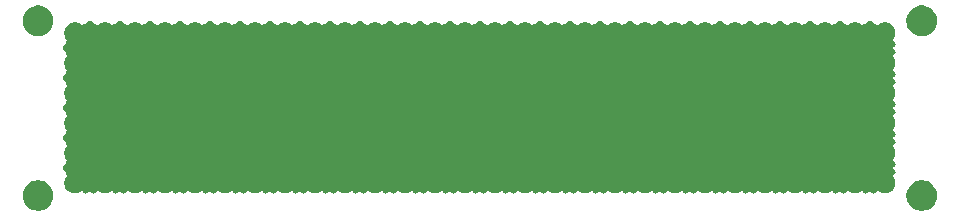
<source format=gbr>
G04 #@! TF.GenerationSoftware,KiCad,Pcbnew,9.0.1*
G04 #@! TF.CreationDate,2025-05-06T23:59:07-04:00*
G04 #@! TF.ProjectId,matrix-protoboard_6x28,6d617472-6978-42d7-9072-6f746f626f61,rev?*
G04 #@! TF.SameCoordinates,Original*
G04 #@! TF.FileFunction,Soldermask,Bot*
G04 #@! TF.FilePolarity,Negative*
%FSLAX46Y46*%
G04 Gerber Fmt 4.6, Leading zero omitted, Abs format (unit mm)*
G04 Created by KiCad (PCBNEW 9.0.1) date 2025-05-06 23:59:07*
%MOMM*%
%LPD*%
G01*
G04 APERTURE LIST*
G04 APERTURE END LIST*
G36*
X120821479Y-85047919D02*
G01*
X121015488Y-85110957D01*
X121197248Y-85203568D01*
X121362282Y-85323472D01*
X121506528Y-85467718D01*
X121626432Y-85632752D01*
X121719043Y-85814512D01*
X121782081Y-86008521D01*
X121813993Y-86210003D01*
X121813993Y-86413997D01*
X121782081Y-86615479D01*
X121719043Y-86809488D01*
X121626432Y-86991248D01*
X121506528Y-87156282D01*
X121362282Y-87300528D01*
X121197248Y-87420432D01*
X121015488Y-87513043D01*
X120821479Y-87576081D01*
X120619997Y-87607993D01*
X120416003Y-87607993D01*
X120214521Y-87576081D01*
X120020512Y-87513043D01*
X119838752Y-87420432D01*
X119673718Y-87300528D01*
X119529472Y-87156282D01*
X119409568Y-86991248D01*
X119316957Y-86809488D01*
X119253919Y-86615479D01*
X119222007Y-86413997D01*
X119222007Y-86210003D01*
X119253919Y-86008521D01*
X119316957Y-85814512D01*
X119409568Y-85632752D01*
X119529472Y-85467718D01*
X119673718Y-85323472D01*
X119838752Y-85203568D01*
X120020512Y-85110957D01*
X120214521Y-85047919D01*
X120416003Y-85016007D01*
X120619997Y-85016007D01*
X120821479Y-85047919D01*
G37*
G36*
X195621479Y-85047919D02*
G01*
X195815488Y-85110957D01*
X195997248Y-85203568D01*
X196162282Y-85323472D01*
X196306528Y-85467718D01*
X196426432Y-85632752D01*
X196519043Y-85814512D01*
X196582081Y-86008521D01*
X196613993Y-86210003D01*
X196613993Y-86413997D01*
X196582081Y-86615479D01*
X196519043Y-86809488D01*
X196426432Y-86991248D01*
X196306528Y-87156282D01*
X196162282Y-87300528D01*
X195997248Y-87420432D01*
X195815488Y-87513043D01*
X195621479Y-87576081D01*
X195419997Y-87607993D01*
X195216003Y-87607993D01*
X195014521Y-87576081D01*
X194820512Y-87513043D01*
X194638752Y-87420432D01*
X194473718Y-87300528D01*
X194329472Y-87156282D01*
X194209568Y-86991248D01*
X194116957Y-86809488D01*
X194053919Y-86615479D01*
X194022007Y-86413997D01*
X194022007Y-86210003D01*
X194053919Y-86008521D01*
X194116957Y-85814512D01*
X194209568Y-85632752D01*
X194329472Y-85467718D01*
X194473718Y-85323472D01*
X194638752Y-85203568D01*
X194820512Y-85110957D01*
X195014521Y-85047919D01*
X195216003Y-85016007D01*
X195419997Y-85016007D01*
X195621479Y-85047919D01*
G37*
G36*
X191004487Y-71509201D02*
G01*
X191005656Y-71509392D01*
X191005835Y-71509509D01*
X191008455Y-71510107D01*
X191012344Y-71511718D01*
X191078846Y-71556154D01*
X191081520Y-71558828D01*
X191326968Y-71804276D01*
X191363722Y-71819500D01*
X191470735Y-71819500D01*
X191480000Y-71819500D01*
X191558455Y-71835107D01*
X191561932Y-71836547D01*
X191562112Y-71836581D01*
X191576379Y-71842301D01*
X191625603Y-71837169D01*
X191627305Y-71836031D01*
X191629046Y-71834291D01*
X191775743Y-71736271D01*
X191938744Y-71668754D01*
X192111785Y-71634334D01*
X192288215Y-71634334D01*
X192461256Y-71668754D01*
X192624257Y-71736271D01*
X192770954Y-71834291D01*
X192895709Y-71959046D01*
X192993729Y-72105743D01*
X193061246Y-72268744D01*
X193095666Y-72441785D01*
X193095666Y-72618215D01*
X193061246Y-72791256D01*
X192993729Y-72954257D01*
X192895709Y-73100954D01*
X192894418Y-73102244D01*
X192886831Y-73141580D01*
X192891852Y-73165380D01*
X192893282Y-73167656D01*
X192894893Y-73171545D01*
X192904609Y-73220390D01*
X192944995Y-73259853D01*
X192981455Y-73267107D01*
X192985344Y-73268718D01*
X193020413Y-73293602D01*
X193047267Y-73311101D01*
X193049554Y-73314279D01*
X193059749Y-73321514D01*
X193094163Y-73376284D01*
X193094810Y-73377183D01*
X193094851Y-73377379D01*
X193096282Y-73379656D01*
X193097893Y-73383545D01*
X193105100Y-73425957D01*
X193111713Y-73457299D01*
X193111083Y-73461161D01*
X193113178Y-73473489D01*
X193098795Y-73536502D01*
X193098607Y-73537656D01*
X193098491Y-73537833D01*
X193097893Y-73540455D01*
X193096282Y-73544344D01*
X193051846Y-73610846D01*
X192945036Y-73717656D01*
X192899113Y-73763579D01*
X192899113Y-73846421D01*
X193051846Y-73999154D01*
X193096282Y-74065656D01*
X193097893Y-74069545D01*
X193105100Y-74111954D01*
X193111713Y-74143299D01*
X193111083Y-74147161D01*
X193113178Y-74159489D01*
X193098795Y-74222502D01*
X193098607Y-74223656D01*
X193098491Y-74223833D01*
X193097893Y-74226455D01*
X193096282Y-74230344D01*
X193071385Y-74265430D01*
X193053898Y-74292267D01*
X193050721Y-74294552D01*
X193043486Y-74304749D01*
X192988715Y-74339163D01*
X192987817Y-74339810D01*
X192987620Y-74339851D01*
X192985344Y-74341282D01*
X192981455Y-74342893D01*
X192941649Y-74350811D01*
X192902334Y-74391044D01*
X192894893Y-74428455D01*
X192893448Y-74431941D01*
X192893434Y-74432020D01*
X192887707Y-74446229D01*
X192892801Y-74495560D01*
X192893964Y-74497301D01*
X192895709Y-74499046D01*
X192993729Y-74645743D01*
X193061246Y-74808744D01*
X193095666Y-74981785D01*
X193095666Y-75158215D01*
X193061246Y-75331256D01*
X192993729Y-75494257D01*
X192895709Y-75640954D01*
X192894418Y-75642244D01*
X192886831Y-75681580D01*
X192891852Y-75705380D01*
X192893282Y-75707656D01*
X192894893Y-75711545D01*
X192904609Y-75760390D01*
X192944995Y-75799853D01*
X192981455Y-75807107D01*
X192985344Y-75808718D01*
X193020413Y-75833602D01*
X193047267Y-75851101D01*
X193049554Y-75854279D01*
X193059749Y-75861514D01*
X193094163Y-75916284D01*
X193094810Y-75917183D01*
X193094851Y-75917379D01*
X193096282Y-75919656D01*
X193097893Y-75923545D01*
X193105100Y-75965957D01*
X193111713Y-75997299D01*
X193111083Y-76001161D01*
X193113178Y-76013489D01*
X193098795Y-76076502D01*
X193098607Y-76077656D01*
X193098491Y-76077833D01*
X193097893Y-76080455D01*
X193096282Y-76084344D01*
X193051846Y-76150846D01*
X192945036Y-76257656D01*
X192899113Y-76303579D01*
X192899113Y-76386421D01*
X193051846Y-76539154D01*
X193096282Y-76605656D01*
X193097893Y-76609545D01*
X193105100Y-76651954D01*
X193111713Y-76683299D01*
X193111083Y-76687161D01*
X193113178Y-76699489D01*
X193098795Y-76762502D01*
X193098607Y-76763656D01*
X193098491Y-76763833D01*
X193097893Y-76766455D01*
X193096282Y-76770344D01*
X193071385Y-76805430D01*
X193053898Y-76832267D01*
X193050721Y-76834552D01*
X193043486Y-76844749D01*
X192988715Y-76879163D01*
X192987817Y-76879810D01*
X192987620Y-76879851D01*
X192985344Y-76881282D01*
X192981455Y-76882893D01*
X192941649Y-76890811D01*
X192902334Y-76931044D01*
X192894893Y-76968455D01*
X192893448Y-76971941D01*
X192893434Y-76972020D01*
X192887707Y-76986229D01*
X192892801Y-77035560D01*
X192893964Y-77037301D01*
X192895709Y-77039046D01*
X192993729Y-77185743D01*
X193061246Y-77348744D01*
X193095666Y-77521785D01*
X193095666Y-77698215D01*
X193061246Y-77871256D01*
X192993729Y-78034257D01*
X192895709Y-78180954D01*
X192894418Y-78182244D01*
X192886831Y-78221580D01*
X192891852Y-78245380D01*
X192893282Y-78247656D01*
X192894893Y-78251545D01*
X192904609Y-78300390D01*
X192944995Y-78339853D01*
X192981455Y-78347107D01*
X192985344Y-78348718D01*
X193020413Y-78373602D01*
X193047267Y-78391101D01*
X193049554Y-78394279D01*
X193059749Y-78401514D01*
X193094163Y-78456284D01*
X193094810Y-78457183D01*
X193094851Y-78457379D01*
X193096282Y-78459656D01*
X193097893Y-78463545D01*
X193105100Y-78505957D01*
X193111713Y-78537299D01*
X193111083Y-78541161D01*
X193113178Y-78553489D01*
X193098795Y-78616502D01*
X193098607Y-78617656D01*
X193098491Y-78617833D01*
X193097893Y-78620455D01*
X193096282Y-78624344D01*
X193051846Y-78690846D01*
X192945036Y-78797656D01*
X192899113Y-78843579D01*
X192899113Y-78926421D01*
X193051846Y-79079154D01*
X193096282Y-79145656D01*
X193097893Y-79149545D01*
X193105100Y-79191954D01*
X193111713Y-79223299D01*
X193111083Y-79227161D01*
X193113178Y-79239489D01*
X193098795Y-79302502D01*
X193098607Y-79303656D01*
X193098491Y-79303833D01*
X193097893Y-79306455D01*
X193096282Y-79310344D01*
X193071385Y-79345430D01*
X193053898Y-79372267D01*
X193050721Y-79374552D01*
X193043486Y-79384749D01*
X192988715Y-79419163D01*
X192987817Y-79419810D01*
X192987620Y-79419851D01*
X192985344Y-79421282D01*
X192981455Y-79422893D01*
X192941649Y-79430811D01*
X192902334Y-79471044D01*
X192894893Y-79508455D01*
X192893448Y-79511941D01*
X192893434Y-79512020D01*
X192887707Y-79526229D01*
X192892801Y-79575560D01*
X192893964Y-79577301D01*
X192895709Y-79579046D01*
X192993729Y-79725743D01*
X193061246Y-79888744D01*
X193095666Y-80061785D01*
X193095666Y-80238215D01*
X193061246Y-80411256D01*
X192993729Y-80574257D01*
X192895709Y-80720954D01*
X192894418Y-80722244D01*
X192886831Y-80761580D01*
X192891852Y-80785380D01*
X192893282Y-80787656D01*
X192894893Y-80791545D01*
X192904609Y-80840390D01*
X192944995Y-80879853D01*
X192981455Y-80887107D01*
X192985344Y-80888718D01*
X193020413Y-80913602D01*
X193047267Y-80931101D01*
X193049554Y-80934279D01*
X193059749Y-80941514D01*
X193094163Y-80996284D01*
X193094810Y-80997183D01*
X193094851Y-80997379D01*
X193096282Y-80999656D01*
X193097893Y-81003545D01*
X193105100Y-81045957D01*
X193111713Y-81077299D01*
X193111083Y-81081161D01*
X193113178Y-81093489D01*
X193098795Y-81156502D01*
X193098607Y-81157656D01*
X193098491Y-81157833D01*
X193097893Y-81160455D01*
X193096282Y-81164344D01*
X193051846Y-81230846D01*
X192945036Y-81337656D01*
X192899113Y-81383579D01*
X192899113Y-81466421D01*
X193051846Y-81619154D01*
X193096282Y-81685656D01*
X193097893Y-81689545D01*
X193105100Y-81731954D01*
X193111713Y-81763299D01*
X193111083Y-81767161D01*
X193113178Y-81779489D01*
X193098795Y-81842502D01*
X193098607Y-81843656D01*
X193098491Y-81843833D01*
X193097893Y-81846455D01*
X193096282Y-81850344D01*
X193071385Y-81885430D01*
X193053898Y-81912267D01*
X193050721Y-81914552D01*
X193043486Y-81924749D01*
X192988715Y-81959163D01*
X192987817Y-81959810D01*
X192987620Y-81959851D01*
X192985344Y-81961282D01*
X192981455Y-81962893D01*
X192941649Y-81970811D01*
X192902334Y-82011044D01*
X192894893Y-82048455D01*
X192893448Y-82051941D01*
X192893434Y-82052020D01*
X192887707Y-82066229D01*
X192892801Y-82115560D01*
X192893964Y-82117301D01*
X192895709Y-82119046D01*
X192993729Y-82265743D01*
X193061246Y-82428744D01*
X193095666Y-82601785D01*
X193095666Y-82778215D01*
X193061246Y-82951256D01*
X192993729Y-83114257D01*
X192895709Y-83260954D01*
X192894418Y-83262244D01*
X192886831Y-83301580D01*
X192891852Y-83325380D01*
X192893282Y-83327656D01*
X192894893Y-83331545D01*
X192904609Y-83380390D01*
X192944995Y-83419853D01*
X192981455Y-83427107D01*
X192985344Y-83428718D01*
X193020413Y-83453602D01*
X193047267Y-83471101D01*
X193049554Y-83474279D01*
X193059749Y-83481514D01*
X193094163Y-83536284D01*
X193094810Y-83537183D01*
X193094851Y-83537379D01*
X193096282Y-83539656D01*
X193097893Y-83543545D01*
X193105100Y-83585957D01*
X193111713Y-83617299D01*
X193111083Y-83621161D01*
X193113178Y-83633489D01*
X193098795Y-83696502D01*
X193098607Y-83697656D01*
X193098491Y-83697833D01*
X193097893Y-83700455D01*
X193096282Y-83704344D01*
X193051846Y-83770846D01*
X192945036Y-83877656D01*
X192899113Y-83923579D01*
X192899113Y-84006421D01*
X193051846Y-84159154D01*
X193096282Y-84225656D01*
X193097893Y-84229545D01*
X193105100Y-84271954D01*
X193111713Y-84303299D01*
X193111083Y-84307161D01*
X193113178Y-84319489D01*
X193098795Y-84382502D01*
X193098607Y-84383656D01*
X193098491Y-84383833D01*
X193097893Y-84386455D01*
X193096282Y-84390344D01*
X193071385Y-84425430D01*
X193053898Y-84452267D01*
X193050721Y-84454552D01*
X193043486Y-84464749D01*
X192988715Y-84499163D01*
X192987817Y-84499810D01*
X192987620Y-84499851D01*
X192985344Y-84501282D01*
X192981455Y-84502893D01*
X192941649Y-84510811D01*
X192902334Y-84551044D01*
X192894893Y-84588455D01*
X192893448Y-84591941D01*
X192893434Y-84592020D01*
X192887707Y-84606229D01*
X192892801Y-84655560D01*
X192893964Y-84657301D01*
X192895709Y-84659046D01*
X192993729Y-84805743D01*
X193061246Y-84968744D01*
X193095666Y-85141785D01*
X193095666Y-85318215D01*
X193061246Y-85491256D01*
X192993729Y-85654257D01*
X192895709Y-85800954D01*
X192770954Y-85925709D01*
X192624257Y-86023729D01*
X192461256Y-86091246D01*
X192288215Y-86125666D01*
X192111785Y-86125666D01*
X191938744Y-86091246D01*
X191775743Y-86023729D01*
X191629046Y-85925709D01*
X191627756Y-85924419D01*
X191588419Y-85916831D01*
X191564619Y-85921851D01*
X191562344Y-85923282D01*
X191558455Y-85924893D01*
X191509606Y-85934610D01*
X191470145Y-85974995D01*
X191462893Y-86011455D01*
X191461282Y-86015344D01*
X191436386Y-86050428D01*
X191418898Y-86077267D01*
X191415721Y-86079552D01*
X191408486Y-86089749D01*
X191353707Y-86124168D01*
X191352816Y-86124810D01*
X191352621Y-86124851D01*
X191350344Y-86126282D01*
X191346455Y-86127893D01*
X191304036Y-86135101D01*
X191272700Y-86141713D01*
X191268838Y-86141083D01*
X191256511Y-86143178D01*
X191193499Y-86128795D01*
X191192343Y-86128607D01*
X191192165Y-86128491D01*
X191189545Y-86127893D01*
X191185656Y-86126282D01*
X191119154Y-86081846D01*
X190966421Y-85929113D01*
X190883579Y-85929113D01*
X190730846Y-86081846D01*
X190664344Y-86126282D01*
X190660455Y-86127893D01*
X190618040Y-86135100D01*
X190586700Y-86141713D01*
X190582838Y-86141083D01*
X190570511Y-86143178D01*
X190507499Y-86128795D01*
X190506343Y-86128607D01*
X190506165Y-86128491D01*
X190503545Y-86127893D01*
X190499656Y-86126282D01*
X190464580Y-86101393D01*
X190437732Y-86083898D01*
X190435445Y-86080719D01*
X190425251Y-86073486D01*
X190390845Y-86018729D01*
X190390188Y-86017816D01*
X190390145Y-86017616D01*
X190388718Y-86015344D01*
X190387107Y-86011455D01*
X190379188Y-85971649D01*
X190338954Y-85932334D01*
X190301545Y-85924893D01*
X190298065Y-85923451D01*
X190297944Y-85923429D01*
X190283709Y-85917703D01*
X190234421Y-85922813D01*
X190232700Y-85923962D01*
X190230954Y-85925709D01*
X190084257Y-86023729D01*
X189921256Y-86091246D01*
X189748215Y-86125666D01*
X189571785Y-86125666D01*
X189398744Y-86091246D01*
X189235743Y-86023729D01*
X189089046Y-85925709D01*
X189087756Y-85924419D01*
X189048419Y-85916831D01*
X189024619Y-85921851D01*
X189022344Y-85923282D01*
X189018455Y-85924893D01*
X188969606Y-85934610D01*
X188930145Y-85974995D01*
X188922893Y-86011455D01*
X188921282Y-86015344D01*
X188896386Y-86050428D01*
X188878898Y-86077267D01*
X188875721Y-86079552D01*
X188868486Y-86089749D01*
X188813707Y-86124168D01*
X188812816Y-86124810D01*
X188812621Y-86124851D01*
X188810344Y-86126282D01*
X188806455Y-86127893D01*
X188764036Y-86135101D01*
X188732700Y-86141713D01*
X188728838Y-86141083D01*
X188716511Y-86143178D01*
X188653499Y-86128795D01*
X188652343Y-86128607D01*
X188652165Y-86128491D01*
X188649545Y-86127893D01*
X188645656Y-86126282D01*
X188579154Y-86081846D01*
X188426421Y-85929113D01*
X188343579Y-85929113D01*
X188190846Y-86081846D01*
X188124344Y-86126282D01*
X188120455Y-86127893D01*
X188078040Y-86135100D01*
X188046700Y-86141713D01*
X188042838Y-86141083D01*
X188030511Y-86143178D01*
X187967499Y-86128795D01*
X187966343Y-86128607D01*
X187966165Y-86128491D01*
X187963545Y-86127893D01*
X187959656Y-86126282D01*
X187924580Y-86101393D01*
X187897732Y-86083898D01*
X187895445Y-86080719D01*
X187885251Y-86073486D01*
X187850845Y-86018729D01*
X187850188Y-86017816D01*
X187850145Y-86017616D01*
X187848718Y-86015344D01*
X187847107Y-86011455D01*
X187839188Y-85971649D01*
X187798954Y-85932334D01*
X187761545Y-85924893D01*
X187758065Y-85923451D01*
X187757944Y-85923429D01*
X187743709Y-85917703D01*
X187694421Y-85922813D01*
X187692700Y-85923962D01*
X187690954Y-85925709D01*
X187544257Y-86023729D01*
X187381256Y-86091246D01*
X187208215Y-86125666D01*
X187031785Y-86125666D01*
X186858744Y-86091246D01*
X186695743Y-86023729D01*
X186549046Y-85925709D01*
X186547756Y-85924419D01*
X186508419Y-85916831D01*
X186484619Y-85921851D01*
X186482344Y-85923282D01*
X186478455Y-85924893D01*
X186429606Y-85934610D01*
X186390145Y-85974995D01*
X186382893Y-86011455D01*
X186381282Y-86015344D01*
X186356386Y-86050428D01*
X186338898Y-86077267D01*
X186335721Y-86079552D01*
X186328486Y-86089749D01*
X186273707Y-86124168D01*
X186272816Y-86124810D01*
X186272621Y-86124851D01*
X186270344Y-86126282D01*
X186266455Y-86127893D01*
X186224036Y-86135101D01*
X186192700Y-86141713D01*
X186188838Y-86141083D01*
X186176511Y-86143178D01*
X186113499Y-86128795D01*
X186112343Y-86128607D01*
X186112165Y-86128491D01*
X186109545Y-86127893D01*
X186105656Y-86126282D01*
X186039154Y-86081846D01*
X185886421Y-85929113D01*
X185803579Y-85929113D01*
X185650846Y-86081846D01*
X185584344Y-86126282D01*
X185580455Y-86127893D01*
X185538040Y-86135100D01*
X185506700Y-86141713D01*
X185502838Y-86141083D01*
X185490511Y-86143178D01*
X185427499Y-86128795D01*
X185426343Y-86128607D01*
X185426165Y-86128491D01*
X185423545Y-86127893D01*
X185419656Y-86126282D01*
X185384580Y-86101393D01*
X185357732Y-86083898D01*
X185355445Y-86080719D01*
X185345251Y-86073486D01*
X185310845Y-86018729D01*
X185310188Y-86017816D01*
X185310145Y-86017616D01*
X185308718Y-86015344D01*
X185307107Y-86011455D01*
X185299188Y-85971649D01*
X185258954Y-85932334D01*
X185221545Y-85924893D01*
X185218065Y-85923451D01*
X185217944Y-85923429D01*
X185203709Y-85917703D01*
X185154421Y-85922813D01*
X185152700Y-85923962D01*
X185150954Y-85925709D01*
X185004257Y-86023729D01*
X184841256Y-86091246D01*
X184668215Y-86125666D01*
X184491785Y-86125666D01*
X184318744Y-86091246D01*
X184155743Y-86023729D01*
X184009046Y-85925709D01*
X184007756Y-85924419D01*
X183968419Y-85916831D01*
X183944619Y-85921851D01*
X183942344Y-85923282D01*
X183938455Y-85924893D01*
X183889606Y-85934610D01*
X183850145Y-85974995D01*
X183842893Y-86011455D01*
X183841282Y-86015344D01*
X183816386Y-86050428D01*
X183798898Y-86077267D01*
X183795721Y-86079552D01*
X183788486Y-86089749D01*
X183733707Y-86124168D01*
X183732816Y-86124810D01*
X183732621Y-86124851D01*
X183730344Y-86126282D01*
X183726455Y-86127893D01*
X183684036Y-86135101D01*
X183652700Y-86141713D01*
X183648838Y-86141083D01*
X183636511Y-86143178D01*
X183573499Y-86128795D01*
X183572343Y-86128607D01*
X183572165Y-86128491D01*
X183569545Y-86127893D01*
X183565656Y-86126282D01*
X183499154Y-86081846D01*
X183346421Y-85929113D01*
X183263579Y-85929113D01*
X183110846Y-86081846D01*
X183044344Y-86126282D01*
X183040455Y-86127893D01*
X182998040Y-86135100D01*
X182966700Y-86141713D01*
X182962838Y-86141083D01*
X182950511Y-86143178D01*
X182887499Y-86128795D01*
X182886343Y-86128607D01*
X182886165Y-86128491D01*
X182883545Y-86127893D01*
X182879656Y-86126282D01*
X182844580Y-86101393D01*
X182817732Y-86083898D01*
X182815445Y-86080719D01*
X182805251Y-86073486D01*
X182770845Y-86018729D01*
X182770188Y-86017816D01*
X182770145Y-86017616D01*
X182768718Y-86015344D01*
X182767107Y-86011455D01*
X182759188Y-85971649D01*
X182718954Y-85932334D01*
X182681545Y-85924893D01*
X182678065Y-85923451D01*
X182677944Y-85923429D01*
X182663709Y-85917703D01*
X182614421Y-85922813D01*
X182612700Y-85923962D01*
X182610954Y-85925709D01*
X182464257Y-86023729D01*
X182301256Y-86091246D01*
X182128215Y-86125666D01*
X181951785Y-86125666D01*
X181778744Y-86091246D01*
X181615743Y-86023729D01*
X181469046Y-85925709D01*
X181467756Y-85924419D01*
X181428419Y-85916831D01*
X181404619Y-85921851D01*
X181402344Y-85923282D01*
X181398455Y-85924893D01*
X181349606Y-85934610D01*
X181310145Y-85974995D01*
X181302893Y-86011455D01*
X181301282Y-86015344D01*
X181276386Y-86050428D01*
X181258898Y-86077267D01*
X181255721Y-86079552D01*
X181248486Y-86089749D01*
X181193707Y-86124168D01*
X181192816Y-86124810D01*
X181192621Y-86124851D01*
X181190344Y-86126282D01*
X181186455Y-86127893D01*
X181144036Y-86135101D01*
X181112700Y-86141713D01*
X181108838Y-86141083D01*
X181096511Y-86143178D01*
X181033499Y-86128795D01*
X181032343Y-86128607D01*
X181032165Y-86128491D01*
X181029545Y-86127893D01*
X181025656Y-86126282D01*
X180959154Y-86081846D01*
X180806421Y-85929113D01*
X180723579Y-85929113D01*
X180570846Y-86081846D01*
X180504344Y-86126282D01*
X180500455Y-86127893D01*
X180458040Y-86135100D01*
X180426700Y-86141713D01*
X180422838Y-86141083D01*
X180410511Y-86143178D01*
X180347499Y-86128795D01*
X180346343Y-86128607D01*
X180346165Y-86128491D01*
X180343545Y-86127893D01*
X180339656Y-86126282D01*
X180304580Y-86101393D01*
X180277732Y-86083898D01*
X180275445Y-86080719D01*
X180265251Y-86073486D01*
X180230845Y-86018729D01*
X180230188Y-86017816D01*
X180230145Y-86017616D01*
X180228718Y-86015344D01*
X180227107Y-86011455D01*
X180219188Y-85971649D01*
X180178954Y-85932334D01*
X180141545Y-85924893D01*
X180138065Y-85923451D01*
X180137944Y-85923429D01*
X180123709Y-85917703D01*
X180074421Y-85922813D01*
X180072700Y-85923962D01*
X180070954Y-85925709D01*
X179924257Y-86023729D01*
X179761256Y-86091246D01*
X179588215Y-86125666D01*
X179411785Y-86125666D01*
X179238744Y-86091246D01*
X179075743Y-86023729D01*
X178929046Y-85925709D01*
X178927756Y-85924419D01*
X178888419Y-85916831D01*
X178864619Y-85921851D01*
X178862344Y-85923282D01*
X178858455Y-85924893D01*
X178809606Y-85934610D01*
X178770145Y-85974995D01*
X178762893Y-86011455D01*
X178761282Y-86015344D01*
X178736386Y-86050428D01*
X178718898Y-86077267D01*
X178715721Y-86079552D01*
X178708486Y-86089749D01*
X178653707Y-86124168D01*
X178652816Y-86124810D01*
X178652621Y-86124851D01*
X178650344Y-86126282D01*
X178646455Y-86127893D01*
X178604036Y-86135101D01*
X178572700Y-86141713D01*
X178568838Y-86141083D01*
X178556511Y-86143178D01*
X178493499Y-86128795D01*
X178492343Y-86128607D01*
X178492165Y-86128491D01*
X178489545Y-86127893D01*
X178485656Y-86126282D01*
X178419154Y-86081846D01*
X178266421Y-85929113D01*
X178183579Y-85929113D01*
X178030846Y-86081846D01*
X177964344Y-86126282D01*
X177960455Y-86127893D01*
X177918040Y-86135100D01*
X177886700Y-86141713D01*
X177882838Y-86141083D01*
X177870511Y-86143178D01*
X177807499Y-86128795D01*
X177806343Y-86128607D01*
X177806165Y-86128491D01*
X177803545Y-86127893D01*
X177799656Y-86126282D01*
X177764580Y-86101393D01*
X177737732Y-86083898D01*
X177735445Y-86080719D01*
X177725251Y-86073486D01*
X177690845Y-86018729D01*
X177690188Y-86017816D01*
X177690145Y-86017616D01*
X177688718Y-86015344D01*
X177687107Y-86011455D01*
X177679188Y-85971649D01*
X177638954Y-85932334D01*
X177601545Y-85924893D01*
X177598065Y-85923451D01*
X177597944Y-85923429D01*
X177583709Y-85917703D01*
X177534421Y-85922813D01*
X177532700Y-85923962D01*
X177530954Y-85925709D01*
X177384257Y-86023729D01*
X177221256Y-86091246D01*
X177048215Y-86125666D01*
X176871785Y-86125666D01*
X176698744Y-86091246D01*
X176535743Y-86023729D01*
X176389046Y-85925709D01*
X176387756Y-85924419D01*
X176348419Y-85916831D01*
X176324619Y-85921851D01*
X176322344Y-85923282D01*
X176318455Y-85924893D01*
X176269606Y-85934610D01*
X176230145Y-85974995D01*
X176222893Y-86011455D01*
X176221282Y-86015344D01*
X176196386Y-86050428D01*
X176178898Y-86077267D01*
X176175721Y-86079552D01*
X176168486Y-86089749D01*
X176113707Y-86124168D01*
X176112816Y-86124810D01*
X176112621Y-86124851D01*
X176110344Y-86126282D01*
X176106455Y-86127893D01*
X176064036Y-86135101D01*
X176032700Y-86141713D01*
X176028838Y-86141083D01*
X176016511Y-86143178D01*
X175953499Y-86128795D01*
X175952343Y-86128607D01*
X175952165Y-86128491D01*
X175949545Y-86127893D01*
X175945656Y-86126282D01*
X175879154Y-86081846D01*
X175726421Y-85929113D01*
X175643579Y-85929113D01*
X175490846Y-86081846D01*
X175424344Y-86126282D01*
X175420455Y-86127893D01*
X175378040Y-86135100D01*
X175346700Y-86141713D01*
X175342838Y-86141083D01*
X175330511Y-86143178D01*
X175267499Y-86128795D01*
X175266343Y-86128607D01*
X175266165Y-86128491D01*
X175263545Y-86127893D01*
X175259656Y-86126282D01*
X175224580Y-86101393D01*
X175197732Y-86083898D01*
X175195445Y-86080719D01*
X175185251Y-86073486D01*
X175150845Y-86018729D01*
X175150188Y-86017816D01*
X175150145Y-86017616D01*
X175148718Y-86015344D01*
X175147107Y-86011455D01*
X175139188Y-85971649D01*
X175098954Y-85932334D01*
X175061545Y-85924893D01*
X175058065Y-85923451D01*
X175057944Y-85923429D01*
X175043709Y-85917703D01*
X174994421Y-85922813D01*
X174992700Y-85923962D01*
X174990954Y-85925709D01*
X174844257Y-86023729D01*
X174681256Y-86091246D01*
X174508215Y-86125666D01*
X174331785Y-86125666D01*
X174158744Y-86091246D01*
X173995743Y-86023729D01*
X173849046Y-85925709D01*
X173847756Y-85924419D01*
X173808419Y-85916831D01*
X173784619Y-85921851D01*
X173782344Y-85923282D01*
X173778455Y-85924893D01*
X173729606Y-85934610D01*
X173690145Y-85974995D01*
X173682893Y-86011455D01*
X173681282Y-86015344D01*
X173656386Y-86050428D01*
X173638898Y-86077267D01*
X173635721Y-86079552D01*
X173628486Y-86089749D01*
X173573707Y-86124168D01*
X173572816Y-86124810D01*
X173572621Y-86124851D01*
X173570344Y-86126282D01*
X173566455Y-86127893D01*
X173524036Y-86135101D01*
X173492700Y-86141713D01*
X173488838Y-86141083D01*
X173476511Y-86143178D01*
X173413499Y-86128795D01*
X173412343Y-86128607D01*
X173412165Y-86128491D01*
X173409545Y-86127893D01*
X173405656Y-86126282D01*
X173339154Y-86081846D01*
X173186421Y-85929113D01*
X173103579Y-85929113D01*
X172950846Y-86081846D01*
X172884344Y-86126282D01*
X172880455Y-86127893D01*
X172838040Y-86135100D01*
X172806700Y-86141713D01*
X172802838Y-86141083D01*
X172790511Y-86143178D01*
X172727499Y-86128795D01*
X172726343Y-86128607D01*
X172726165Y-86128491D01*
X172723545Y-86127893D01*
X172719656Y-86126282D01*
X172684580Y-86101393D01*
X172657732Y-86083898D01*
X172655445Y-86080719D01*
X172645251Y-86073486D01*
X172610845Y-86018729D01*
X172610188Y-86017816D01*
X172610145Y-86017616D01*
X172608718Y-86015344D01*
X172607107Y-86011455D01*
X172599188Y-85971649D01*
X172558954Y-85932334D01*
X172521545Y-85924893D01*
X172518065Y-85923451D01*
X172517944Y-85923429D01*
X172503709Y-85917703D01*
X172454421Y-85922813D01*
X172452700Y-85923962D01*
X172450954Y-85925709D01*
X172304257Y-86023729D01*
X172141256Y-86091246D01*
X171968215Y-86125666D01*
X171791785Y-86125666D01*
X171618744Y-86091246D01*
X171455743Y-86023729D01*
X171309046Y-85925709D01*
X171307756Y-85924419D01*
X171268419Y-85916831D01*
X171244619Y-85921851D01*
X171242344Y-85923282D01*
X171238455Y-85924893D01*
X171189606Y-85934610D01*
X171150145Y-85974995D01*
X171142893Y-86011455D01*
X171141282Y-86015344D01*
X171116386Y-86050428D01*
X171098898Y-86077267D01*
X171095721Y-86079552D01*
X171088486Y-86089749D01*
X171033707Y-86124168D01*
X171032816Y-86124810D01*
X171032621Y-86124851D01*
X171030344Y-86126282D01*
X171026455Y-86127893D01*
X170984036Y-86135101D01*
X170952700Y-86141713D01*
X170948838Y-86141083D01*
X170936511Y-86143178D01*
X170873499Y-86128795D01*
X170872343Y-86128607D01*
X170872165Y-86128491D01*
X170869545Y-86127893D01*
X170865656Y-86126282D01*
X170799154Y-86081846D01*
X170646421Y-85929113D01*
X170563579Y-85929113D01*
X170410846Y-86081846D01*
X170344344Y-86126282D01*
X170340455Y-86127893D01*
X170298040Y-86135100D01*
X170266700Y-86141713D01*
X170262838Y-86141083D01*
X170250511Y-86143178D01*
X170187499Y-86128795D01*
X170186343Y-86128607D01*
X170186165Y-86128491D01*
X170183545Y-86127893D01*
X170179656Y-86126282D01*
X170144580Y-86101393D01*
X170117732Y-86083898D01*
X170115445Y-86080719D01*
X170105251Y-86073486D01*
X170070845Y-86018729D01*
X170070188Y-86017816D01*
X170070145Y-86017616D01*
X170068718Y-86015344D01*
X170067107Y-86011455D01*
X170059188Y-85971649D01*
X170018954Y-85932334D01*
X169981545Y-85924893D01*
X169978065Y-85923451D01*
X169977944Y-85923429D01*
X169963709Y-85917703D01*
X169914421Y-85922813D01*
X169912700Y-85923962D01*
X169910954Y-85925709D01*
X169764257Y-86023729D01*
X169601256Y-86091246D01*
X169428215Y-86125666D01*
X169251785Y-86125666D01*
X169078744Y-86091246D01*
X168915743Y-86023729D01*
X168769046Y-85925709D01*
X168767756Y-85924419D01*
X168728419Y-85916831D01*
X168704619Y-85921851D01*
X168702344Y-85923282D01*
X168698455Y-85924893D01*
X168649606Y-85934610D01*
X168610145Y-85974995D01*
X168602893Y-86011455D01*
X168601282Y-86015344D01*
X168576386Y-86050428D01*
X168558898Y-86077267D01*
X168555721Y-86079552D01*
X168548486Y-86089749D01*
X168493707Y-86124168D01*
X168492816Y-86124810D01*
X168492621Y-86124851D01*
X168490344Y-86126282D01*
X168486455Y-86127893D01*
X168444036Y-86135101D01*
X168412700Y-86141713D01*
X168408838Y-86141083D01*
X168396511Y-86143178D01*
X168333499Y-86128795D01*
X168332343Y-86128607D01*
X168332165Y-86128491D01*
X168329545Y-86127893D01*
X168325656Y-86126282D01*
X168259154Y-86081846D01*
X168106421Y-85929113D01*
X168023579Y-85929113D01*
X167870846Y-86081846D01*
X167804344Y-86126282D01*
X167800455Y-86127893D01*
X167758040Y-86135100D01*
X167726700Y-86141713D01*
X167722838Y-86141083D01*
X167710511Y-86143178D01*
X167647499Y-86128795D01*
X167646343Y-86128607D01*
X167646165Y-86128491D01*
X167643545Y-86127893D01*
X167639656Y-86126282D01*
X167604580Y-86101393D01*
X167577732Y-86083898D01*
X167575445Y-86080719D01*
X167565251Y-86073486D01*
X167530845Y-86018729D01*
X167530188Y-86017816D01*
X167530145Y-86017616D01*
X167528718Y-86015344D01*
X167527107Y-86011455D01*
X167519188Y-85971649D01*
X167478954Y-85932334D01*
X167441545Y-85924893D01*
X167438065Y-85923451D01*
X167437944Y-85923429D01*
X167423709Y-85917703D01*
X167374421Y-85922813D01*
X167372700Y-85923962D01*
X167370954Y-85925709D01*
X167224257Y-86023729D01*
X167061256Y-86091246D01*
X166888215Y-86125666D01*
X166711785Y-86125666D01*
X166538744Y-86091246D01*
X166375743Y-86023729D01*
X166229046Y-85925709D01*
X166227756Y-85924419D01*
X166188419Y-85916831D01*
X166164619Y-85921851D01*
X166162344Y-85923282D01*
X166158455Y-85924893D01*
X166109606Y-85934610D01*
X166070145Y-85974995D01*
X166062893Y-86011455D01*
X166061282Y-86015344D01*
X166036386Y-86050428D01*
X166018898Y-86077267D01*
X166015721Y-86079552D01*
X166008486Y-86089749D01*
X165953707Y-86124168D01*
X165952816Y-86124810D01*
X165952621Y-86124851D01*
X165950344Y-86126282D01*
X165946455Y-86127893D01*
X165904036Y-86135101D01*
X165872700Y-86141713D01*
X165868838Y-86141083D01*
X165856511Y-86143178D01*
X165793499Y-86128795D01*
X165792343Y-86128607D01*
X165792165Y-86128491D01*
X165789545Y-86127893D01*
X165785656Y-86126282D01*
X165719154Y-86081846D01*
X165566421Y-85929113D01*
X165483579Y-85929113D01*
X165330846Y-86081846D01*
X165264344Y-86126282D01*
X165260455Y-86127893D01*
X165218040Y-86135100D01*
X165186700Y-86141713D01*
X165182838Y-86141083D01*
X165170511Y-86143178D01*
X165107499Y-86128795D01*
X165106343Y-86128607D01*
X165106165Y-86128491D01*
X165103545Y-86127893D01*
X165099656Y-86126282D01*
X165064580Y-86101393D01*
X165037732Y-86083898D01*
X165035445Y-86080719D01*
X165025251Y-86073486D01*
X164990845Y-86018729D01*
X164990188Y-86017816D01*
X164990145Y-86017616D01*
X164988718Y-86015344D01*
X164987107Y-86011455D01*
X164979188Y-85971649D01*
X164938954Y-85932334D01*
X164901545Y-85924893D01*
X164898065Y-85923451D01*
X164897944Y-85923429D01*
X164883709Y-85917703D01*
X164834421Y-85922813D01*
X164832700Y-85923962D01*
X164830954Y-85925709D01*
X164684257Y-86023729D01*
X164521256Y-86091246D01*
X164348215Y-86125666D01*
X164171785Y-86125666D01*
X163998744Y-86091246D01*
X163835743Y-86023729D01*
X163689046Y-85925709D01*
X163687756Y-85924419D01*
X163648419Y-85916831D01*
X163624619Y-85921851D01*
X163622344Y-85923282D01*
X163618455Y-85924893D01*
X163569606Y-85934610D01*
X163530145Y-85974995D01*
X163522893Y-86011455D01*
X163521282Y-86015344D01*
X163496386Y-86050428D01*
X163478898Y-86077267D01*
X163475721Y-86079552D01*
X163468486Y-86089749D01*
X163413707Y-86124168D01*
X163412816Y-86124810D01*
X163412621Y-86124851D01*
X163410344Y-86126282D01*
X163406455Y-86127893D01*
X163364036Y-86135101D01*
X163332700Y-86141713D01*
X163328838Y-86141083D01*
X163316511Y-86143178D01*
X163253499Y-86128795D01*
X163252343Y-86128607D01*
X163252165Y-86128491D01*
X163249545Y-86127893D01*
X163245656Y-86126282D01*
X163179154Y-86081846D01*
X163026421Y-85929113D01*
X162943579Y-85929113D01*
X162790846Y-86081846D01*
X162724344Y-86126282D01*
X162720455Y-86127893D01*
X162678040Y-86135100D01*
X162646700Y-86141713D01*
X162642838Y-86141083D01*
X162630511Y-86143178D01*
X162567499Y-86128795D01*
X162566343Y-86128607D01*
X162566165Y-86128491D01*
X162563545Y-86127893D01*
X162559656Y-86126282D01*
X162524580Y-86101393D01*
X162497732Y-86083898D01*
X162495445Y-86080719D01*
X162485251Y-86073486D01*
X162450845Y-86018729D01*
X162450188Y-86017816D01*
X162450145Y-86017616D01*
X162448718Y-86015344D01*
X162447107Y-86011455D01*
X162439188Y-85971649D01*
X162398954Y-85932334D01*
X162361545Y-85924893D01*
X162358065Y-85923451D01*
X162357944Y-85923429D01*
X162343709Y-85917703D01*
X162294421Y-85922813D01*
X162292700Y-85923962D01*
X162290954Y-85925709D01*
X162144257Y-86023729D01*
X161981256Y-86091246D01*
X161808215Y-86125666D01*
X161631785Y-86125666D01*
X161458744Y-86091246D01*
X161295743Y-86023729D01*
X161149046Y-85925709D01*
X161147756Y-85924419D01*
X161108419Y-85916831D01*
X161084619Y-85921851D01*
X161082344Y-85923282D01*
X161078455Y-85924893D01*
X161029606Y-85934610D01*
X160990145Y-85974995D01*
X160982893Y-86011455D01*
X160981282Y-86015344D01*
X160956386Y-86050428D01*
X160938898Y-86077267D01*
X160935721Y-86079552D01*
X160928486Y-86089749D01*
X160873707Y-86124168D01*
X160872816Y-86124810D01*
X160872621Y-86124851D01*
X160870344Y-86126282D01*
X160866455Y-86127893D01*
X160824036Y-86135101D01*
X160792700Y-86141713D01*
X160788838Y-86141083D01*
X160776511Y-86143178D01*
X160713499Y-86128795D01*
X160712343Y-86128607D01*
X160712165Y-86128491D01*
X160709545Y-86127893D01*
X160705656Y-86126282D01*
X160639154Y-86081846D01*
X160486421Y-85929113D01*
X160403579Y-85929113D01*
X160250846Y-86081846D01*
X160184344Y-86126282D01*
X160180455Y-86127893D01*
X160138040Y-86135100D01*
X160106700Y-86141713D01*
X160102838Y-86141083D01*
X160090511Y-86143178D01*
X160027499Y-86128795D01*
X160026343Y-86128607D01*
X160026165Y-86128491D01*
X160023545Y-86127893D01*
X160019656Y-86126282D01*
X159984580Y-86101393D01*
X159957732Y-86083898D01*
X159955445Y-86080719D01*
X159945251Y-86073486D01*
X159910845Y-86018729D01*
X159910188Y-86017816D01*
X159910145Y-86017616D01*
X159908718Y-86015344D01*
X159907107Y-86011455D01*
X159899188Y-85971649D01*
X159858954Y-85932334D01*
X159821545Y-85924893D01*
X159818065Y-85923451D01*
X159817944Y-85923429D01*
X159803709Y-85917703D01*
X159754421Y-85922813D01*
X159752700Y-85923962D01*
X159750954Y-85925709D01*
X159604257Y-86023729D01*
X159441256Y-86091246D01*
X159268215Y-86125666D01*
X159091785Y-86125666D01*
X158918744Y-86091246D01*
X158755743Y-86023729D01*
X158609046Y-85925709D01*
X158607756Y-85924419D01*
X158568419Y-85916831D01*
X158544619Y-85921851D01*
X158542344Y-85923282D01*
X158538455Y-85924893D01*
X158489606Y-85934610D01*
X158450145Y-85974995D01*
X158442893Y-86011455D01*
X158441282Y-86015344D01*
X158416386Y-86050428D01*
X158398898Y-86077267D01*
X158395721Y-86079552D01*
X158388486Y-86089749D01*
X158333707Y-86124168D01*
X158332816Y-86124810D01*
X158332621Y-86124851D01*
X158330344Y-86126282D01*
X158326455Y-86127893D01*
X158284036Y-86135101D01*
X158252700Y-86141713D01*
X158248838Y-86141083D01*
X158236511Y-86143178D01*
X158173499Y-86128795D01*
X158172343Y-86128607D01*
X158172165Y-86128491D01*
X158169545Y-86127893D01*
X158165656Y-86126282D01*
X158099154Y-86081846D01*
X157946421Y-85929113D01*
X157863579Y-85929113D01*
X157710846Y-86081846D01*
X157644344Y-86126282D01*
X157640455Y-86127893D01*
X157598040Y-86135100D01*
X157566700Y-86141713D01*
X157562838Y-86141083D01*
X157550511Y-86143178D01*
X157487499Y-86128795D01*
X157486343Y-86128607D01*
X157486165Y-86128491D01*
X157483545Y-86127893D01*
X157479656Y-86126282D01*
X157444580Y-86101393D01*
X157417732Y-86083898D01*
X157415445Y-86080719D01*
X157405251Y-86073486D01*
X157370845Y-86018729D01*
X157370188Y-86017816D01*
X157370145Y-86017616D01*
X157368718Y-86015344D01*
X157367107Y-86011455D01*
X157359188Y-85971649D01*
X157318954Y-85932334D01*
X157281545Y-85924893D01*
X157278065Y-85923451D01*
X157277944Y-85923429D01*
X157263709Y-85917703D01*
X157214421Y-85922813D01*
X157212700Y-85923962D01*
X157210954Y-85925709D01*
X157064257Y-86023729D01*
X156901256Y-86091246D01*
X156728215Y-86125666D01*
X156551785Y-86125666D01*
X156378744Y-86091246D01*
X156215743Y-86023729D01*
X156069046Y-85925709D01*
X156067756Y-85924419D01*
X156028419Y-85916831D01*
X156004619Y-85921851D01*
X156002344Y-85923282D01*
X155998455Y-85924893D01*
X155949606Y-85934610D01*
X155910145Y-85974995D01*
X155902893Y-86011455D01*
X155901282Y-86015344D01*
X155876386Y-86050428D01*
X155858898Y-86077267D01*
X155855721Y-86079552D01*
X155848486Y-86089749D01*
X155793707Y-86124168D01*
X155792816Y-86124810D01*
X155792621Y-86124851D01*
X155790344Y-86126282D01*
X155786455Y-86127893D01*
X155744036Y-86135101D01*
X155712700Y-86141713D01*
X155708838Y-86141083D01*
X155696511Y-86143178D01*
X155633499Y-86128795D01*
X155632343Y-86128607D01*
X155632165Y-86128491D01*
X155629545Y-86127893D01*
X155625656Y-86126282D01*
X155559154Y-86081846D01*
X155406421Y-85929113D01*
X155323579Y-85929113D01*
X155170846Y-86081846D01*
X155104344Y-86126282D01*
X155100455Y-86127893D01*
X155058040Y-86135100D01*
X155026700Y-86141713D01*
X155022838Y-86141083D01*
X155010511Y-86143178D01*
X154947499Y-86128795D01*
X154946343Y-86128607D01*
X154946165Y-86128491D01*
X154943545Y-86127893D01*
X154939656Y-86126282D01*
X154904580Y-86101393D01*
X154877732Y-86083898D01*
X154875445Y-86080719D01*
X154865251Y-86073486D01*
X154830845Y-86018729D01*
X154830188Y-86017816D01*
X154830145Y-86017616D01*
X154828718Y-86015344D01*
X154827107Y-86011455D01*
X154819188Y-85971649D01*
X154778954Y-85932334D01*
X154741545Y-85924893D01*
X154738065Y-85923451D01*
X154737944Y-85923429D01*
X154723709Y-85917703D01*
X154674421Y-85922813D01*
X154672700Y-85923962D01*
X154670954Y-85925709D01*
X154524257Y-86023729D01*
X154361256Y-86091246D01*
X154188215Y-86125666D01*
X154011785Y-86125666D01*
X153838744Y-86091246D01*
X153675743Y-86023729D01*
X153529046Y-85925709D01*
X153527756Y-85924419D01*
X153488419Y-85916831D01*
X153464619Y-85921851D01*
X153462344Y-85923282D01*
X153458455Y-85924893D01*
X153409606Y-85934610D01*
X153370145Y-85974995D01*
X153362893Y-86011455D01*
X153361282Y-86015344D01*
X153336386Y-86050428D01*
X153318898Y-86077267D01*
X153315721Y-86079552D01*
X153308486Y-86089749D01*
X153253707Y-86124168D01*
X153252816Y-86124810D01*
X153252621Y-86124851D01*
X153250344Y-86126282D01*
X153246455Y-86127893D01*
X153204036Y-86135101D01*
X153172700Y-86141713D01*
X153168838Y-86141083D01*
X153156511Y-86143178D01*
X153093499Y-86128795D01*
X153092343Y-86128607D01*
X153092165Y-86128491D01*
X153089545Y-86127893D01*
X153085656Y-86126282D01*
X153019154Y-86081846D01*
X152866421Y-85929113D01*
X152783579Y-85929113D01*
X152630846Y-86081846D01*
X152564344Y-86126282D01*
X152560455Y-86127893D01*
X152518040Y-86135100D01*
X152486700Y-86141713D01*
X152482838Y-86141083D01*
X152470511Y-86143178D01*
X152407499Y-86128795D01*
X152406343Y-86128607D01*
X152406165Y-86128491D01*
X152403545Y-86127893D01*
X152399656Y-86126282D01*
X152364580Y-86101393D01*
X152337732Y-86083898D01*
X152335445Y-86080719D01*
X152325251Y-86073486D01*
X152290845Y-86018729D01*
X152290188Y-86017816D01*
X152290145Y-86017616D01*
X152288718Y-86015344D01*
X152287107Y-86011455D01*
X152279188Y-85971649D01*
X152238954Y-85932334D01*
X152201545Y-85924893D01*
X152198065Y-85923451D01*
X152197944Y-85923429D01*
X152183709Y-85917703D01*
X152134421Y-85922813D01*
X152132700Y-85923962D01*
X152130954Y-85925709D01*
X151984257Y-86023729D01*
X151821256Y-86091246D01*
X151648215Y-86125666D01*
X151471785Y-86125666D01*
X151298744Y-86091246D01*
X151135743Y-86023729D01*
X150989046Y-85925709D01*
X150987756Y-85924419D01*
X150948419Y-85916831D01*
X150924619Y-85921851D01*
X150922344Y-85923282D01*
X150918455Y-85924893D01*
X150869606Y-85934610D01*
X150830145Y-85974995D01*
X150822893Y-86011455D01*
X150821282Y-86015344D01*
X150796386Y-86050428D01*
X150778898Y-86077267D01*
X150775721Y-86079552D01*
X150768486Y-86089749D01*
X150713707Y-86124168D01*
X150712816Y-86124810D01*
X150712621Y-86124851D01*
X150710344Y-86126282D01*
X150706455Y-86127893D01*
X150664036Y-86135101D01*
X150632700Y-86141713D01*
X150628838Y-86141083D01*
X150616511Y-86143178D01*
X150553499Y-86128795D01*
X150552343Y-86128607D01*
X150552165Y-86128491D01*
X150549545Y-86127893D01*
X150545656Y-86126282D01*
X150479154Y-86081846D01*
X150326421Y-85929113D01*
X150243579Y-85929113D01*
X150090846Y-86081846D01*
X150024344Y-86126282D01*
X150020455Y-86127893D01*
X149978040Y-86135100D01*
X149946700Y-86141713D01*
X149942838Y-86141083D01*
X149930511Y-86143178D01*
X149867499Y-86128795D01*
X149866343Y-86128607D01*
X149866165Y-86128491D01*
X149863545Y-86127893D01*
X149859656Y-86126282D01*
X149824580Y-86101393D01*
X149797732Y-86083898D01*
X149795445Y-86080719D01*
X149785251Y-86073486D01*
X149750845Y-86018729D01*
X149750188Y-86017816D01*
X149750145Y-86017616D01*
X149748718Y-86015344D01*
X149747107Y-86011455D01*
X149739188Y-85971649D01*
X149698954Y-85932334D01*
X149661545Y-85924893D01*
X149658065Y-85923451D01*
X149657944Y-85923429D01*
X149643709Y-85917703D01*
X149594421Y-85922813D01*
X149592700Y-85923962D01*
X149590954Y-85925709D01*
X149444257Y-86023729D01*
X149281256Y-86091246D01*
X149108215Y-86125666D01*
X148931785Y-86125666D01*
X148758744Y-86091246D01*
X148595743Y-86023729D01*
X148449046Y-85925709D01*
X148447756Y-85924419D01*
X148408419Y-85916831D01*
X148384619Y-85921851D01*
X148382344Y-85923282D01*
X148378455Y-85924893D01*
X148329606Y-85934610D01*
X148290145Y-85974995D01*
X148282893Y-86011455D01*
X148281282Y-86015344D01*
X148256386Y-86050428D01*
X148238898Y-86077267D01*
X148235721Y-86079552D01*
X148228486Y-86089749D01*
X148173707Y-86124168D01*
X148172816Y-86124810D01*
X148172621Y-86124851D01*
X148170344Y-86126282D01*
X148166455Y-86127893D01*
X148124036Y-86135101D01*
X148092700Y-86141713D01*
X148088838Y-86141083D01*
X148076511Y-86143178D01*
X148013499Y-86128795D01*
X148012343Y-86128607D01*
X148012165Y-86128491D01*
X148009545Y-86127893D01*
X148005656Y-86126282D01*
X147939154Y-86081846D01*
X147786421Y-85929113D01*
X147703579Y-85929113D01*
X147550846Y-86081846D01*
X147484344Y-86126282D01*
X147480455Y-86127893D01*
X147438040Y-86135100D01*
X147406700Y-86141713D01*
X147402838Y-86141083D01*
X147390511Y-86143178D01*
X147327499Y-86128795D01*
X147326343Y-86128607D01*
X147326165Y-86128491D01*
X147323545Y-86127893D01*
X147319656Y-86126282D01*
X147284580Y-86101393D01*
X147257732Y-86083898D01*
X147255445Y-86080719D01*
X147245251Y-86073486D01*
X147210845Y-86018729D01*
X147210188Y-86017816D01*
X147210145Y-86017616D01*
X147208718Y-86015344D01*
X147207107Y-86011455D01*
X147199188Y-85971649D01*
X147158954Y-85932334D01*
X147121545Y-85924893D01*
X147118065Y-85923451D01*
X147117944Y-85923429D01*
X147103709Y-85917703D01*
X147054421Y-85922813D01*
X147052700Y-85923962D01*
X147050954Y-85925709D01*
X146904257Y-86023729D01*
X146741256Y-86091246D01*
X146568215Y-86125666D01*
X146391785Y-86125666D01*
X146218744Y-86091246D01*
X146055743Y-86023729D01*
X145909046Y-85925709D01*
X145907756Y-85924419D01*
X145868419Y-85916831D01*
X145844619Y-85921851D01*
X145842344Y-85923282D01*
X145838455Y-85924893D01*
X145789606Y-85934610D01*
X145750145Y-85974995D01*
X145742893Y-86011455D01*
X145741282Y-86015344D01*
X145716386Y-86050428D01*
X145698898Y-86077267D01*
X145695721Y-86079552D01*
X145688486Y-86089749D01*
X145633707Y-86124168D01*
X145632816Y-86124810D01*
X145632621Y-86124851D01*
X145630344Y-86126282D01*
X145626455Y-86127893D01*
X145584036Y-86135101D01*
X145552700Y-86141713D01*
X145548838Y-86141083D01*
X145536511Y-86143178D01*
X145473499Y-86128795D01*
X145472343Y-86128607D01*
X145472165Y-86128491D01*
X145469545Y-86127893D01*
X145465656Y-86126282D01*
X145399154Y-86081846D01*
X145246421Y-85929113D01*
X145163579Y-85929113D01*
X145010846Y-86081846D01*
X144944344Y-86126282D01*
X144940455Y-86127893D01*
X144898040Y-86135100D01*
X144866700Y-86141713D01*
X144862838Y-86141083D01*
X144850511Y-86143178D01*
X144787499Y-86128795D01*
X144786343Y-86128607D01*
X144786165Y-86128491D01*
X144783545Y-86127893D01*
X144779656Y-86126282D01*
X144744580Y-86101393D01*
X144717732Y-86083898D01*
X144715445Y-86080719D01*
X144705251Y-86073486D01*
X144670845Y-86018729D01*
X144670188Y-86017816D01*
X144670145Y-86017616D01*
X144668718Y-86015344D01*
X144667107Y-86011455D01*
X144659188Y-85971649D01*
X144618954Y-85932334D01*
X144581545Y-85924893D01*
X144578065Y-85923451D01*
X144577944Y-85923429D01*
X144563709Y-85917703D01*
X144514421Y-85922813D01*
X144512700Y-85923962D01*
X144510954Y-85925709D01*
X144364257Y-86023729D01*
X144201256Y-86091246D01*
X144028215Y-86125666D01*
X143851785Y-86125666D01*
X143678744Y-86091246D01*
X143515743Y-86023729D01*
X143369046Y-85925709D01*
X143367756Y-85924419D01*
X143328419Y-85916831D01*
X143304619Y-85921851D01*
X143302344Y-85923282D01*
X143298455Y-85924893D01*
X143249606Y-85934610D01*
X143210145Y-85974995D01*
X143202893Y-86011455D01*
X143201282Y-86015344D01*
X143176386Y-86050428D01*
X143158898Y-86077267D01*
X143155721Y-86079552D01*
X143148486Y-86089749D01*
X143093707Y-86124168D01*
X143092816Y-86124810D01*
X143092621Y-86124851D01*
X143090344Y-86126282D01*
X143086455Y-86127893D01*
X143044036Y-86135101D01*
X143012700Y-86141713D01*
X143008838Y-86141083D01*
X142996511Y-86143178D01*
X142933499Y-86128795D01*
X142932343Y-86128607D01*
X142932165Y-86128491D01*
X142929545Y-86127893D01*
X142925656Y-86126282D01*
X142859154Y-86081846D01*
X142706421Y-85929113D01*
X142623579Y-85929113D01*
X142470846Y-86081846D01*
X142404344Y-86126282D01*
X142400455Y-86127893D01*
X142358040Y-86135100D01*
X142326700Y-86141713D01*
X142322838Y-86141083D01*
X142310511Y-86143178D01*
X142247499Y-86128795D01*
X142246343Y-86128607D01*
X142246165Y-86128491D01*
X142243545Y-86127893D01*
X142239656Y-86126282D01*
X142204580Y-86101393D01*
X142177732Y-86083898D01*
X142175445Y-86080719D01*
X142165251Y-86073486D01*
X142130845Y-86018729D01*
X142130188Y-86017816D01*
X142130145Y-86017616D01*
X142128718Y-86015344D01*
X142127107Y-86011455D01*
X142119188Y-85971649D01*
X142078954Y-85932334D01*
X142041545Y-85924893D01*
X142038065Y-85923451D01*
X142037944Y-85923429D01*
X142023709Y-85917703D01*
X141974421Y-85922813D01*
X141972700Y-85923962D01*
X141970954Y-85925709D01*
X141824257Y-86023729D01*
X141661256Y-86091246D01*
X141488215Y-86125666D01*
X141311785Y-86125666D01*
X141138744Y-86091246D01*
X140975743Y-86023729D01*
X140829046Y-85925709D01*
X140827756Y-85924419D01*
X140788419Y-85916831D01*
X140764619Y-85921851D01*
X140762344Y-85923282D01*
X140758455Y-85924893D01*
X140709606Y-85934610D01*
X140670145Y-85974995D01*
X140662893Y-86011455D01*
X140661282Y-86015344D01*
X140636386Y-86050428D01*
X140618898Y-86077267D01*
X140615721Y-86079552D01*
X140608486Y-86089749D01*
X140553707Y-86124168D01*
X140552816Y-86124810D01*
X140552621Y-86124851D01*
X140550344Y-86126282D01*
X140546455Y-86127893D01*
X140504036Y-86135101D01*
X140472700Y-86141713D01*
X140468838Y-86141083D01*
X140456511Y-86143178D01*
X140393499Y-86128795D01*
X140392343Y-86128607D01*
X140392165Y-86128491D01*
X140389545Y-86127893D01*
X140385656Y-86126282D01*
X140319154Y-86081846D01*
X140166421Y-85929113D01*
X140083579Y-85929113D01*
X139930846Y-86081846D01*
X139864344Y-86126282D01*
X139860455Y-86127893D01*
X139818040Y-86135100D01*
X139786700Y-86141713D01*
X139782838Y-86141083D01*
X139770511Y-86143178D01*
X139707499Y-86128795D01*
X139706343Y-86128607D01*
X139706165Y-86128491D01*
X139703545Y-86127893D01*
X139699656Y-86126282D01*
X139664580Y-86101393D01*
X139637732Y-86083898D01*
X139635445Y-86080719D01*
X139625251Y-86073486D01*
X139590845Y-86018729D01*
X139590188Y-86017816D01*
X139590145Y-86017616D01*
X139588718Y-86015344D01*
X139587107Y-86011455D01*
X139579188Y-85971649D01*
X139538954Y-85932334D01*
X139501545Y-85924893D01*
X139498065Y-85923451D01*
X139497944Y-85923429D01*
X139483709Y-85917703D01*
X139434421Y-85922813D01*
X139432700Y-85923962D01*
X139430954Y-85925709D01*
X139284257Y-86023729D01*
X139121256Y-86091246D01*
X138948215Y-86125666D01*
X138771785Y-86125666D01*
X138598744Y-86091246D01*
X138435743Y-86023729D01*
X138289046Y-85925709D01*
X138287756Y-85924419D01*
X138248419Y-85916831D01*
X138224619Y-85921851D01*
X138222344Y-85923282D01*
X138218455Y-85924893D01*
X138169606Y-85934610D01*
X138130145Y-85974995D01*
X138122893Y-86011455D01*
X138121282Y-86015344D01*
X138096386Y-86050428D01*
X138078898Y-86077267D01*
X138075721Y-86079552D01*
X138068486Y-86089749D01*
X138013707Y-86124168D01*
X138012816Y-86124810D01*
X138012621Y-86124851D01*
X138010344Y-86126282D01*
X138006455Y-86127893D01*
X137964036Y-86135101D01*
X137932700Y-86141713D01*
X137928838Y-86141083D01*
X137916511Y-86143178D01*
X137853499Y-86128795D01*
X137852343Y-86128607D01*
X137852165Y-86128491D01*
X137849545Y-86127893D01*
X137845656Y-86126282D01*
X137779154Y-86081846D01*
X137626421Y-85929113D01*
X137543579Y-85929113D01*
X137390846Y-86081846D01*
X137324344Y-86126282D01*
X137320455Y-86127893D01*
X137278040Y-86135100D01*
X137246700Y-86141713D01*
X137242838Y-86141083D01*
X137230511Y-86143178D01*
X137167499Y-86128795D01*
X137166343Y-86128607D01*
X137166165Y-86128491D01*
X137163545Y-86127893D01*
X137159656Y-86126282D01*
X137124580Y-86101393D01*
X137097732Y-86083898D01*
X137095445Y-86080719D01*
X137085251Y-86073486D01*
X137050845Y-86018729D01*
X137050188Y-86017816D01*
X137050145Y-86017616D01*
X137048718Y-86015344D01*
X137047107Y-86011455D01*
X137039188Y-85971649D01*
X136998954Y-85932334D01*
X136961545Y-85924893D01*
X136958065Y-85923451D01*
X136957944Y-85923429D01*
X136943709Y-85917703D01*
X136894421Y-85922813D01*
X136892700Y-85923962D01*
X136890954Y-85925709D01*
X136744257Y-86023729D01*
X136581256Y-86091246D01*
X136408215Y-86125666D01*
X136231785Y-86125666D01*
X136058744Y-86091246D01*
X135895743Y-86023729D01*
X135749046Y-85925709D01*
X135747756Y-85924419D01*
X135708419Y-85916831D01*
X135684619Y-85921851D01*
X135682344Y-85923282D01*
X135678455Y-85924893D01*
X135629606Y-85934610D01*
X135590145Y-85974995D01*
X135582893Y-86011455D01*
X135581282Y-86015344D01*
X135556386Y-86050428D01*
X135538898Y-86077267D01*
X135535721Y-86079552D01*
X135528486Y-86089749D01*
X135473707Y-86124168D01*
X135472816Y-86124810D01*
X135472621Y-86124851D01*
X135470344Y-86126282D01*
X135466455Y-86127893D01*
X135424036Y-86135101D01*
X135392700Y-86141713D01*
X135388838Y-86141083D01*
X135376511Y-86143178D01*
X135313499Y-86128795D01*
X135312343Y-86128607D01*
X135312165Y-86128491D01*
X135309545Y-86127893D01*
X135305656Y-86126282D01*
X135239154Y-86081846D01*
X135086421Y-85929113D01*
X135003579Y-85929113D01*
X134850846Y-86081846D01*
X134784344Y-86126282D01*
X134780455Y-86127893D01*
X134738040Y-86135100D01*
X134706700Y-86141713D01*
X134702838Y-86141083D01*
X134690511Y-86143178D01*
X134627499Y-86128795D01*
X134626343Y-86128607D01*
X134626165Y-86128491D01*
X134623545Y-86127893D01*
X134619656Y-86126282D01*
X134584580Y-86101393D01*
X134557732Y-86083898D01*
X134555445Y-86080719D01*
X134545251Y-86073486D01*
X134510845Y-86018729D01*
X134510188Y-86017816D01*
X134510145Y-86017616D01*
X134508718Y-86015344D01*
X134507107Y-86011455D01*
X134499188Y-85971649D01*
X134458954Y-85932334D01*
X134421545Y-85924893D01*
X134418065Y-85923451D01*
X134417944Y-85923429D01*
X134403709Y-85917703D01*
X134354421Y-85922813D01*
X134352700Y-85923962D01*
X134350954Y-85925709D01*
X134204257Y-86023729D01*
X134041256Y-86091246D01*
X133868215Y-86125666D01*
X133691785Y-86125666D01*
X133518744Y-86091246D01*
X133355743Y-86023729D01*
X133209046Y-85925709D01*
X133207756Y-85924419D01*
X133168419Y-85916831D01*
X133144619Y-85921851D01*
X133142344Y-85923282D01*
X133138455Y-85924893D01*
X133089606Y-85934610D01*
X133050145Y-85974995D01*
X133042893Y-86011455D01*
X133041282Y-86015344D01*
X133016386Y-86050428D01*
X132998898Y-86077267D01*
X132995721Y-86079552D01*
X132988486Y-86089749D01*
X132933707Y-86124168D01*
X132932816Y-86124810D01*
X132932621Y-86124851D01*
X132930344Y-86126282D01*
X132926455Y-86127893D01*
X132884036Y-86135101D01*
X132852700Y-86141713D01*
X132848838Y-86141083D01*
X132836511Y-86143178D01*
X132773499Y-86128795D01*
X132772343Y-86128607D01*
X132772165Y-86128491D01*
X132769545Y-86127893D01*
X132765656Y-86126282D01*
X132699154Y-86081846D01*
X132546421Y-85929113D01*
X132463579Y-85929113D01*
X132310846Y-86081846D01*
X132244344Y-86126282D01*
X132240455Y-86127893D01*
X132198040Y-86135100D01*
X132166700Y-86141713D01*
X132162838Y-86141083D01*
X132150511Y-86143178D01*
X132087499Y-86128795D01*
X132086343Y-86128607D01*
X132086165Y-86128491D01*
X132083545Y-86127893D01*
X132079656Y-86126282D01*
X132044580Y-86101393D01*
X132017732Y-86083898D01*
X132015445Y-86080719D01*
X132005251Y-86073486D01*
X131970845Y-86018729D01*
X131970188Y-86017816D01*
X131970145Y-86017616D01*
X131968718Y-86015344D01*
X131967107Y-86011455D01*
X131959188Y-85971649D01*
X131918954Y-85932334D01*
X131881545Y-85924893D01*
X131878065Y-85923451D01*
X131877944Y-85923429D01*
X131863709Y-85917703D01*
X131814421Y-85922813D01*
X131812700Y-85923962D01*
X131810954Y-85925709D01*
X131664257Y-86023729D01*
X131501256Y-86091246D01*
X131328215Y-86125666D01*
X131151785Y-86125666D01*
X130978744Y-86091246D01*
X130815743Y-86023729D01*
X130669046Y-85925709D01*
X130667756Y-85924419D01*
X130628419Y-85916831D01*
X130604619Y-85921851D01*
X130602344Y-85923282D01*
X130598455Y-85924893D01*
X130549606Y-85934610D01*
X130510145Y-85974995D01*
X130502893Y-86011455D01*
X130501282Y-86015344D01*
X130476386Y-86050428D01*
X130458898Y-86077267D01*
X130455721Y-86079552D01*
X130448486Y-86089749D01*
X130393707Y-86124168D01*
X130392816Y-86124810D01*
X130392621Y-86124851D01*
X130390344Y-86126282D01*
X130386455Y-86127893D01*
X130344036Y-86135101D01*
X130312700Y-86141713D01*
X130308838Y-86141083D01*
X130296511Y-86143178D01*
X130233499Y-86128795D01*
X130232343Y-86128607D01*
X130232165Y-86128491D01*
X130229545Y-86127893D01*
X130225656Y-86126282D01*
X130159154Y-86081846D01*
X130006421Y-85929113D01*
X129923579Y-85929113D01*
X129770846Y-86081846D01*
X129704344Y-86126282D01*
X129700455Y-86127893D01*
X129658040Y-86135100D01*
X129626700Y-86141713D01*
X129622838Y-86141083D01*
X129610511Y-86143178D01*
X129547499Y-86128795D01*
X129546343Y-86128607D01*
X129546165Y-86128491D01*
X129543545Y-86127893D01*
X129539656Y-86126282D01*
X129504580Y-86101393D01*
X129477732Y-86083898D01*
X129475445Y-86080719D01*
X129465251Y-86073486D01*
X129430845Y-86018729D01*
X129430188Y-86017816D01*
X129430145Y-86017616D01*
X129428718Y-86015344D01*
X129427107Y-86011455D01*
X129419188Y-85971649D01*
X129378954Y-85932334D01*
X129341545Y-85924893D01*
X129338065Y-85923451D01*
X129337944Y-85923429D01*
X129323709Y-85917703D01*
X129274421Y-85922813D01*
X129272700Y-85923962D01*
X129270954Y-85925709D01*
X129124257Y-86023729D01*
X128961256Y-86091246D01*
X128788215Y-86125666D01*
X128611785Y-86125666D01*
X128438744Y-86091246D01*
X128275743Y-86023729D01*
X128129046Y-85925709D01*
X128127756Y-85924419D01*
X128088419Y-85916831D01*
X128064619Y-85921851D01*
X128062344Y-85923282D01*
X128058455Y-85924893D01*
X128009606Y-85934610D01*
X127970145Y-85974995D01*
X127962893Y-86011455D01*
X127961282Y-86015344D01*
X127936386Y-86050428D01*
X127918898Y-86077267D01*
X127915721Y-86079552D01*
X127908486Y-86089749D01*
X127853707Y-86124168D01*
X127852816Y-86124810D01*
X127852621Y-86124851D01*
X127850344Y-86126282D01*
X127846455Y-86127893D01*
X127804036Y-86135101D01*
X127772700Y-86141713D01*
X127768838Y-86141083D01*
X127756511Y-86143178D01*
X127693499Y-86128795D01*
X127692343Y-86128607D01*
X127692165Y-86128491D01*
X127689545Y-86127893D01*
X127685656Y-86126282D01*
X127619154Y-86081846D01*
X127466421Y-85929113D01*
X127383579Y-85929113D01*
X127230846Y-86081846D01*
X127164344Y-86126282D01*
X127160455Y-86127893D01*
X127118040Y-86135100D01*
X127086700Y-86141713D01*
X127082838Y-86141083D01*
X127070511Y-86143178D01*
X127007499Y-86128795D01*
X127006343Y-86128607D01*
X127006165Y-86128491D01*
X127003545Y-86127893D01*
X126999656Y-86126282D01*
X126964580Y-86101393D01*
X126937732Y-86083898D01*
X126935445Y-86080719D01*
X126925251Y-86073486D01*
X126890845Y-86018729D01*
X126890188Y-86017816D01*
X126890145Y-86017616D01*
X126888718Y-86015344D01*
X126887107Y-86011455D01*
X126879188Y-85971649D01*
X126838954Y-85932334D01*
X126801545Y-85924893D01*
X126798065Y-85923451D01*
X126797944Y-85923429D01*
X126783709Y-85917703D01*
X126734421Y-85922813D01*
X126732700Y-85923962D01*
X126730954Y-85925709D01*
X126584257Y-86023729D01*
X126421256Y-86091246D01*
X126248215Y-86125666D01*
X126071785Y-86125666D01*
X125898744Y-86091246D01*
X125735743Y-86023729D01*
X125589046Y-85925709D01*
X125587756Y-85924419D01*
X125548419Y-85916831D01*
X125524619Y-85921851D01*
X125522344Y-85923282D01*
X125518455Y-85924893D01*
X125469606Y-85934610D01*
X125430145Y-85974995D01*
X125422893Y-86011455D01*
X125421282Y-86015344D01*
X125396386Y-86050428D01*
X125378898Y-86077267D01*
X125375721Y-86079552D01*
X125368486Y-86089749D01*
X125313707Y-86124168D01*
X125312816Y-86124810D01*
X125312621Y-86124851D01*
X125310344Y-86126282D01*
X125306455Y-86127893D01*
X125264036Y-86135101D01*
X125232700Y-86141713D01*
X125228838Y-86141083D01*
X125216511Y-86143178D01*
X125153499Y-86128795D01*
X125152343Y-86128607D01*
X125152165Y-86128491D01*
X125149545Y-86127893D01*
X125145656Y-86126282D01*
X125079154Y-86081846D01*
X124926421Y-85929113D01*
X124843579Y-85929113D01*
X124690846Y-86081846D01*
X124624344Y-86126282D01*
X124620455Y-86127893D01*
X124578040Y-86135100D01*
X124546700Y-86141713D01*
X124542838Y-86141083D01*
X124530511Y-86143178D01*
X124467499Y-86128795D01*
X124466343Y-86128607D01*
X124466165Y-86128491D01*
X124463545Y-86127893D01*
X124459656Y-86126282D01*
X124424580Y-86101393D01*
X124397732Y-86083898D01*
X124395445Y-86080719D01*
X124385251Y-86073486D01*
X124350845Y-86018729D01*
X124350188Y-86017816D01*
X124350145Y-86017616D01*
X124348718Y-86015344D01*
X124347107Y-86011455D01*
X124339188Y-85971649D01*
X124298954Y-85932334D01*
X124261545Y-85924893D01*
X124258065Y-85923451D01*
X124257944Y-85923429D01*
X124243709Y-85917703D01*
X124194421Y-85922813D01*
X124192700Y-85923962D01*
X124190954Y-85925709D01*
X124044257Y-86023729D01*
X123881256Y-86091246D01*
X123708215Y-86125666D01*
X123531785Y-86125666D01*
X123358744Y-86091246D01*
X123195743Y-86023729D01*
X123049046Y-85925709D01*
X122924291Y-85800954D01*
X122826271Y-85654257D01*
X122758754Y-85491256D01*
X122724334Y-85318215D01*
X122724334Y-85141785D01*
X122758754Y-84968744D01*
X122826271Y-84805743D01*
X122924291Y-84659046D01*
X122925579Y-84657757D01*
X122933168Y-84618420D01*
X122928146Y-84594617D01*
X122926718Y-84592344D01*
X122925107Y-84588455D01*
X122909500Y-84510000D01*
X122909500Y-84393722D01*
X122894276Y-84356968D01*
X122652706Y-84115398D01*
X122646154Y-84108846D01*
X122601718Y-84042344D01*
X122600107Y-84038455D01*
X122592903Y-83996064D01*
X122586286Y-83964700D01*
X122586916Y-83960835D01*
X122584822Y-83948511D01*
X122599200Y-83885514D01*
X122599392Y-83884343D01*
X122599509Y-83884162D01*
X122600107Y-83881545D01*
X122601718Y-83877656D01*
X122646154Y-83811154D01*
X122648826Y-83808481D01*
X122648828Y-83808479D01*
X122894276Y-83563032D01*
X122909500Y-83526278D01*
X122909500Y-83419264D01*
X122909500Y-83410000D01*
X122925107Y-83331545D01*
X122926546Y-83328070D01*
X122926588Y-83327847D01*
X122932304Y-83313559D01*
X122927158Y-83264379D01*
X122926034Y-83262697D01*
X122924291Y-83260954D01*
X122826271Y-83114257D01*
X122758754Y-82951256D01*
X122724334Y-82778215D01*
X122724334Y-82601785D01*
X122758754Y-82428744D01*
X122826271Y-82265743D01*
X122924291Y-82119046D01*
X122925579Y-82117757D01*
X122933168Y-82078420D01*
X122928146Y-82054617D01*
X122926718Y-82052344D01*
X122925107Y-82048455D01*
X122909500Y-81970000D01*
X122909500Y-81853722D01*
X122894276Y-81816968D01*
X122652706Y-81575398D01*
X122646154Y-81568846D01*
X122601718Y-81502344D01*
X122600107Y-81498455D01*
X122592903Y-81456064D01*
X122586286Y-81424700D01*
X122586916Y-81420835D01*
X122584822Y-81408511D01*
X122599200Y-81345514D01*
X122599392Y-81344343D01*
X122599509Y-81344162D01*
X122600107Y-81341545D01*
X122601718Y-81337656D01*
X122646154Y-81271154D01*
X122648826Y-81268481D01*
X122648828Y-81268479D01*
X122894276Y-81023032D01*
X122909500Y-80986278D01*
X122909500Y-80879264D01*
X122909500Y-80870000D01*
X122925107Y-80791545D01*
X122926546Y-80788070D01*
X122926588Y-80787847D01*
X122932304Y-80773559D01*
X122927158Y-80724379D01*
X122926034Y-80722697D01*
X122924291Y-80720954D01*
X122826271Y-80574257D01*
X122758754Y-80411256D01*
X122724334Y-80238215D01*
X122724334Y-80061785D01*
X122758754Y-79888744D01*
X122826271Y-79725743D01*
X122924291Y-79579046D01*
X122925579Y-79577757D01*
X122933168Y-79538420D01*
X122928146Y-79514617D01*
X122926718Y-79512344D01*
X122925107Y-79508455D01*
X122909500Y-79430000D01*
X122909500Y-79313722D01*
X122894276Y-79276968D01*
X122652706Y-79035398D01*
X122646154Y-79028846D01*
X122601718Y-78962344D01*
X122600107Y-78958455D01*
X122592903Y-78916064D01*
X122586286Y-78884700D01*
X122586916Y-78880835D01*
X122584822Y-78868511D01*
X122599200Y-78805514D01*
X122599392Y-78804343D01*
X122599509Y-78804162D01*
X122600107Y-78801545D01*
X122601718Y-78797656D01*
X122646154Y-78731154D01*
X122648826Y-78728481D01*
X122648828Y-78728479D01*
X122894276Y-78483032D01*
X122909500Y-78446278D01*
X122909500Y-78339264D01*
X122909500Y-78330000D01*
X122925107Y-78251545D01*
X122926546Y-78248070D01*
X122926588Y-78247847D01*
X122932304Y-78233559D01*
X122927158Y-78184379D01*
X122926034Y-78182697D01*
X122924291Y-78180954D01*
X122826271Y-78034257D01*
X122758754Y-77871256D01*
X122724334Y-77698215D01*
X122724334Y-77521785D01*
X122758754Y-77348744D01*
X122826271Y-77185743D01*
X122924291Y-77039046D01*
X122925579Y-77037757D01*
X122933168Y-76998420D01*
X122928146Y-76974617D01*
X122926718Y-76972344D01*
X122925107Y-76968455D01*
X122909500Y-76890000D01*
X122909500Y-76773722D01*
X122894276Y-76736968D01*
X122652706Y-76495398D01*
X122646154Y-76488846D01*
X122601718Y-76422344D01*
X122600107Y-76418455D01*
X122592903Y-76376064D01*
X122586286Y-76344700D01*
X122586916Y-76340835D01*
X122584822Y-76328511D01*
X122599200Y-76265514D01*
X122599392Y-76264343D01*
X122599509Y-76264162D01*
X122600107Y-76261545D01*
X122601718Y-76257656D01*
X122646154Y-76191154D01*
X122648826Y-76188481D01*
X122648828Y-76188479D01*
X122894276Y-75943032D01*
X122909500Y-75906278D01*
X122909500Y-75799264D01*
X122909500Y-75790000D01*
X122925107Y-75711545D01*
X122926546Y-75708070D01*
X122926588Y-75707847D01*
X122932304Y-75693559D01*
X122927158Y-75644379D01*
X122926034Y-75642697D01*
X122924291Y-75640954D01*
X122826271Y-75494257D01*
X122758754Y-75331256D01*
X122724334Y-75158215D01*
X122724334Y-74981785D01*
X122758754Y-74808744D01*
X122826271Y-74645743D01*
X122924291Y-74499046D01*
X122925579Y-74497757D01*
X122933168Y-74458420D01*
X122928146Y-74434617D01*
X122926718Y-74432344D01*
X122925107Y-74428455D01*
X122909500Y-74350000D01*
X122909500Y-74233722D01*
X122894276Y-74196968D01*
X122652706Y-73955398D01*
X122646154Y-73948846D01*
X122601718Y-73882344D01*
X122600107Y-73878455D01*
X122592903Y-73836064D01*
X122586286Y-73804700D01*
X122586916Y-73800835D01*
X122584822Y-73788511D01*
X122599200Y-73725514D01*
X122599392Y-73724343D01*
X122599509Y-73724162D01*
X122600107Y-73721545D01*
X122601718Y-73717656D01*
X122646154Y-73651154D01*
X122648826Y-73648481D01*
X122648828Y-73648479D01*
X122894276Y-73403032D01*
X122909500Y-73366278D01*
X122909500Y-73259264D01*
X122909500Y-73250000D01*
X122925107Y-73171545D01*
X122926546Y-73168070D01*
X122926588Y-73167847D01*
X122932304Y-73153559D01*
X122927158Y-73104379D01*
X122926034Y-73102697D01*
X122924291Y-73100954D01*
X122826271Y-72954257D01*
X122758754Y-72791256D01*
X122724334Y-72618215D01*
X122724334Y-72441785D01*
X122758754Y-72268744D01*
X122826271Y-72105743D01*
X122924291Y-71959046D01*
X123049046Y-71834291D01*
X123195743Y-71736271D01*
X123358744Y-71668754D01*
X123531785Y-71634334D01*
X123708215Y-71634334D01*
X123881256Y-71668754D01*
X124044257Y-71736271D01*
X124190954Y-71834291D01*
X124192242Y-71835579D01*
X124231579Y-71843168D01*
X124255383Y-71838146D01*
X124257656Y-71836718D01*
X124261545Y-71835107D01*
X124340000Y-71819500D01*
X124456278Y-71819500D01*
X124493032Y-71804276D01*
X124734601Y-71562706D01*
X124734604Y-71562703D01*
X124741154Y-71556154D01*
X124807656Y-71511718D01*
X124811545Y-71510107D01*
X124853930Y-71502904D01*
X124885299Y-71496286D01*
X124889164Y-71496916D01*
X124901489Y-71494822D01*
X124964487Y-71509201D01*
X124965656Y-71509392D01*
X124965835Y-71509509D01*
X124968455Y-71510107D01*
X124972344Y-71511718D01*
X125038846Y-71556154D01*
X125041520Y-71558828D01*
X125286968Y-71804276D01*
X125323722Y-71819500D01*
X125430735Y-71819500D01*
X125440000Y-71819500D01*
X125518455Y-71835107D01*
X125521932Y-71836547D01*
X125522112Y-71836581D01*
X125536379Y-71842301D01*
X125585603Y-71837169D01*
X125587305Y-71836031D01*
X125589046Y-71834291D01*
X125735743Y-71736271D01*
X125898744Y-71668754D01*
X126071785Y-71634334D01*
X126248215Y-71634334D01*
X126421256Y-71668754D01*
X126584257Y-71736271D01*
X126730954Y-71834291D01*
X126732242Y-71835579D01*
X126771579Y-71843168D01*
X126795383Y-71838146D01*
X126797656Y-71836718D01*
X126801545Y-71835107D01*
X126880000Y-71819500D01*
X126996278Y-71819500D01*
X127033032Y-71804276D01*
X127274601Y-71562706D01*
X127274604Y-71562703D01*
X127281154Y-71556154D01*
X127347656Y-71511718D01*
X127351545Y-71510107D01*
X127393930Y-71502904D01*
X127425299Y-71496286D01*
X127429164Y-71496916D01*
X127441489Y-71494822D01*
X127504487Y-71509201D01*
X127505656Y-71509392D01*
X127505835Y-71509509D01*
X127508455Y-71510107D01*
X127512344Y-71511718D01*
X127578846Y-71556154D01*
X127581520Y-71558828D01*
X127826968Y-71804276D01*
X127863722Y-71819500D01*
X127970735Y-71819500D01*
X127980000Y-71819500D01*
X128058455Y-71835107D01*
X128061932Y-71836547D01*
X128062112Y-71836581D01*
X128076379Y-71842301D01*
X128125603Y-71837169D01*
X128127305Y-71836031D01*
X128129046Y-71834291D01*
X128275743Y-71736271D01*
X128438744Y-71668754D01*
X128611785Y-71634334D01*
X128788215Y-71634334D01*
X128961256Y-71668754D01*
X129124257Y-71736271D01*
X129270954Y-71834291D01*
X129272242Y-71835579D01*
X129311579Y-71843168D01*
X129335383Y-71838146D01*
X129337656Y-71836718D01*
X129341545Y-71835107D01*
X129420000Y-71819500D01*
X129536278Y-71819500D01*
X129573032Y-71804276D01*
X129814601Y-71562706D01*
X129814604Y-71562703D01*
X129821154Y-71556154D01*
X129887656Y-71511718D01*
X129891545Y-71510107D01*
X129933930Y-71502904D01*
X129965299Y-71496286D01*
X129969164Y-71496916D01*
X129981489Y-71494822D01*
X130044487Y-71509201D01*
X130045656Y-71509392D01*
X130045835Y-71509509D01*
X130048455Y-71510107D01*
X130052344Y-71511718D01*
X130118846Y-71556154D01*
X130121520Y-71558828D01*
X130366968Y-71804276D01*
X130403722Y-71819500D01*
X130510735Y-71819500D01*
X130520000Y-71819500D01*
X130598455Y-71835107D01*
X130601932Y-71836547D01*
X130602112Y-71836581D01*
X130616379Y-71842301D01*
X130665603Y-71837169D01*
X130667305Y-71836031D01*
X130669046Y-71834291D01*
X130815743Y-71736271D01*
X130978744Y-71668754D01*
X131151785Y-71634334D01*
X131328215Y-71634334D01*
X131501256Y-71668754D01*
X131664257Y-71736271D01*
X131810954Y-71834291D01*
X131812242Y-71835579D01*
X131851579Y-71843168D01*
X131875383Y-71838146D01*
X131877656Y-71836718D01*
X131881545Y-71835107D01*
X131960000Y-71819500D01*
X132076278Y-71819500D01*
X132113032Y-71804276D01*
X132354601Y-71562706D01*
X132354604Y-71562703D01*
X132361154Y-71556154D01*
X132427656Y-71511718D01*
X132431545Y-71510107D01*
X132473930Y-71502904D01*
X132505299Y-71496286D01*
X132509164Y-71496916D01*
X132521489Y-71494822D01*
X132584487Y-71509201D01*
X132585656Y-71509392D01*
X132585835Y-71509509D01*
X132588455Y-71510107D01*
X132592344Y-71511718D01*
X132658846Y-71556154D01*
X132661520Y-71558828D01*
X132906968Y-71804276D01*
X132943722Y-71819500D01*
X133050735Y-71819500D01*
X133060000Y-71819500D01*
X133138455Y-71835107D01*
X133141932Y-71836547D01*
X133142112Y-71836581D01*
X133156379Y-71842301D01*
X133205603Y-71837169D01*
X133207305Y-71836031D01*
X133209046Y-71834291D01*
X133355743Y-71736271D01*
X133518744Y-71668754D01*
X133691785Y-71634334D01*
X133868215Y-71634334D01*
X134041256Y-71668754D01*
X134204257Y-71736271D01*
X134350954Y-71834291D01*
X134352242Y-71835579D01*
X134391579Y-71843168D01*
X134415383Y-71838146D01*
X134417656Y-71836718D01*
X134421545Y-71835107D01*
X134500000Y-71819500D01*
X134616278Y-71819500D01*
X134653032Y-71804276D01*
X134894601Y-71562706D01*
X134894604Y-71562703D01*
X134901154Y-71556154D01*
X134967656Y-71511718D01*
X134971545Y-71510107D01*
X135013930Y-71502904D01*
X135045299Y-71496286D01*
X135049164Y-71496916D01*
X135061489Y-71494822D01*
X135124487Y-71509201D01*
X135125656Y-71509392D01*
X135125835Y-71509509D01*
X135128455Y-71510107D01*
X135132344Y-71511718D01*
X135198846Y-71556154D01*
X135201520Y-71558828D01*
X135446968Y-71804276D01*
X135483722Y-71819500D01*
X135590735Y-71819500D01*
X135600000Y-71819500D01*
X135678455Y-71835107D01*
X135681932Y-71836547D01*
X135682112Y-71836581D01*
X135696379Y-71842301D01*
X135745603Y-71837169D01*
X135747305Y-71836031D01*
X135749046Y-71834291D01*
X135895743Y-71736271D01*
X136058744Y-71668754D01*
X136231785Y-71634334D01*
X136408215Y-71634334D01*
X136581256Y-71668754D01*
X136744257Y-71736271D01*
X136890954Y-71834291D01*
X136892242Y-71835579D01*
X136931579Y-71843168D01*
X136955383Y-71838146D01*
X136957656Y-71836718D01*
X136961545Y-71835107D01*
X137040000Y-71819500D01*
X137156278Y-71819500D01*
X137193032Y-71804276D01*
X137434601Y-71562706D01*
X137434604Y-71562703D01*
X137441154Y-71556154D01*
X137507656Y-71511718D01*
X137511545Y-71510107D01*
X137553930Y-71502904D01*
X137585299Y-71496286D01*
X137589164Y-71496916D01*
X137601489Y-71494822D01*
X137664487Y-71509201D01*
X137665656Y-71509392D01*
X137665835Y-71509509D01*
X137668455Y-71510107D01*
X137672344Y-71511718D01*
X137738846Y-71556154D01*
X137741520Y-71558828D01*
X137986968Y-71804276D01*
X138023722Y-71819500D01*
X138130735Y-71819500D01*
X138140000Y-71819500D01*
X138218455Y-71835107D01*
X138221932Y-71836547D01*
X138222112Y-71836581D01*
X138236379Y-71842301D01*
X138285603Y-71837169D01*
X138287305Y-71836031D01*
X138289046Y-71834291D01*
X138435743Y-71736271D01*
X138598744Y-71668754D01*
X138771785Y-71634334D01*
X138948215Y-71634334D01*
X139121256Y-71668754D01*
X139284257Y-71736271D01*
X139430954Y-71834291D01*
X139432242Y-71835579D01*
X139471579Y-71843168D01*
X139495383Y-71838146D01*
X139497656Y-71836718D01*
X139501545Y-71835107D01*
X139580000Y-71819500D01*
X139696278Y-71819500D01*
X139733032Y-71804276D01*
X139974601Y-71562706D01*
X139974604Y-71562703D01*
X139981154Y-71556154D01*
X140047656Y-71511718D01*
X140051545Y-71510107D01*
X140093930Y-71502904D01*
X140125299Y-71496286D01*
X140129164Y-71496916D01*
X140141489Y-71494822D01*
X140204487Y-71509201D01*
X140205656Y-71509392D01*
X140205835Y-71509509D01*
X140208455Y-71510107D01*
X140212344Y-71511718D01*
X140278846Y-71556154D01*
X140281520Y-71558828D01*
X140526968Y-71804276D01*
X140563722Y-71819500D01*
X140670735Y-71819500D01*
X140680000Y-71819500D01*
X140758455Y-71835107D01*
X140761932Y-71836547D01*
X140762112Y-71836581D01*
X140776379Y-71842301D01*
X140825603Y-71837169D01*
X140827305Y-71836031D01*
X140829046Y-71834291D01*
X140975743Y-71736271D01*
X141138744Y-71668754D01*
X141311785Y-71634334D01*
X141488215Y-71634334D01*
X141661256Y-71668754D01*
X141824257Y-71736271D01*
X141970954Y-71834291D01*
X141972242Y-71835579D01*
X142011579Y-71843168D01*
X142035383Y-71838146D01*
X142037656Y-71836718D01*
X142041545Y-71835107D01*
X142120000Y-71819500D01*
X142236278Y-71819500D01*
X142273032Y-71804276D01*
X142514601Y-71562706D01*
X142514604Y-71562703D01*
X142521154Y-71556154D01*
X142587656Y-71511718D01*
X142591545Y-71510107D01*
X142633930Y-71502904D01*
X142665299Y-71496286D01*
X142669164Y-71496916D01*
X142681489Y-71494822D01*
X142744487Y-71509201D01*
X142745656Y-71509392D01*
X142745835Y-71509509D01*
X142748455Y-71510107D01*
X142752344Y-71511718D01*
X142818846Y-71556154D01*
X142821520Y-71558828D01*
X143066968Y-71804276D01*
X143103722Y-71819500D01*
X143210735Y-71819500D01*
X143220000Y-71819500D01*
X143298455Y-71835107D01*
X143301932Y-71836547D01*
X143302112Y-71836581D01*
X143316379Y-71842301D01*
X143365603Y-71837169D01*
X143367305Y-71836031D01*
X143369046Y-71834291D01*
X143515743Y-71736271D01*
X143678744Y-71668754D01*
X143851785Y-71634334D01*
X144028215Y-71634334D01*
X144201256Y-71668754D01*
X144364257Y-71736271D01*
X144510954Y-71834291D01*
X144512242Y-71835579D01*
X144551579Y-71843168D01*
X144575383Y-71838146D01*
X144577656Y-71836718D01*
X144581545Y-71835107D01*
X144660000Y-71819500D01*
X144776278Y-71819500D01*
X144813032Y-71804276D01*
X145054601Y-71562706D01*
X145054604Y-71562703D01*
X145061154Y-71556154D01*
X145127656Y-71511718D01*
X145131545Y-71510107D01*
X145173930Y-71502904D01*
X145205299Y-71496286D01*
X145209164Y-71496916D01*
X145221489Y-71494822D01*
X145284487Y-71509201D01*
X145285656Y-71509392D01*
X145285835Y-71509509D01*
X145288455Y-71510107D01*
X145292344Y-71511718D01*
X145358846Y-71556154D01*
X145361520Y-71558828D01*
X145606968Y-71804276D01*
X145643722Y-71819500D01*
X145750735Y-71819500D01*
X145760000Y-71819500D01*
X145838455Y-71835107D01*
X145841932Y-71836547D01*
X145842112Y-71836581D01*
X145856379Y-71842301D01*
X145905603Y-71837169D01*
X145907305Y-71836031D01*
X145909046Y-71834291D01*
X146055743Y-71736271D01*
X146218744Y-71668754D01*
X146391785Y-71634334D01*
X146568215Y-71634334D01*
X146741256Y-71668754D01*
X146904257Y-71736271D01*
X147050954Y-71834291D01*
X147052242Y-71835579D01*
X147091579Y-71843168D01*
X147115383Y-71838146D01*
X147117656Y-71836718D01*
X147121545Y-71835107D01*
X147200000Y-71819500D01*
X147316278Y-71819500D01*
X147353032Y-71804276D01*
X147594601Y-71562706D01*
X147594604Y-71562703D01*
X147601154Y-71556154D01*
X147667656Y-71511718D01*
X147671545Y-71510107D01*
X147713930Y-71502904D01*
X147745299Y-71496286D01*
X147749164Y-71496916D01*
X147761489Y-71494822D01*
X147824487Y-71509201D01*
X147825656Y-71509392D01*
X147825835Y-71509509D01*
X147828455Y-71510107D01*
X147832344Y-71511718D01*
X147898846Y-71556154D01*
X147901520Y-71558828D01*
X148146968Y-71804276D01*
X148183722Y-71819500D01*
X148290735Y-71819500D01*
X148300000Y-71819500D01*
X148378455Y-71835107D01*
X148381932Y-71836547D01*
X148382112Y-71836581D01*
X148396379Y-71842301D01*
X148445603Y-71837169D01*
X148447305Y-71836031D01*
X148449046Y-71834291D01*
X148595743Y-71736271D01*
X148758744Y-71668754D01*
X148931785Y-71634334D01*
X149108215Y-71634334D01*
X149281256Y-71668754D01*
X149444257Y-71736271D01*
X149590954Y-71834291D01*
X149592242Y-71835579D01*
X149631579Y-71843168D01*
X149655383Y-71838146D01*
X149657656Y-71836718D01*
X149661545Y-71835107D01*
X149740000Y-71819500D01*
X149856278Y-71819500D01*
X149893032Y-71804276D01*
X150134601Y-71562706D01*
X150134604Y-71562703D01*
X150141154Y-71556154D01*
X150207656Y-71511718D01*
X150211545Y-71510107D01*
X150253930Y-71502904D01*
X150285299Y-71496286D01*
X150289164Y-71496916D01*
X150301489Y-71494822D01*
X150364487Y-71509201D01*
X150365656Y-71509392D01*
X150365835Y-71509509D01*
X150368455Y-71510107D01*
X150372344Y-71511718D01*
X150438846Y-71556154D01*
X150441520Y-71558828D01*
X150686968Y-71804276D01*
X150723722Y-71819500D01*
X150830735Y-71819500D01*
X150840000Y-71819500D01*
X150918455Y-71835107D01*
X150921932Y-71836547D01*
X150922112Y-71836581D01*
X150936379Y-71842301D01*
X150985603Y-71837169D01*
X150987305Y-71836031D01*
X150989046Y-71834291D01*
X151135743Y-71736271D01*
X151298744Y-71668754D01*
X151471785Y-71634334D01*
X151648215Y-71634334D01*
X151821256Y-71668754D01*
X151984257Y-71736271D01*
X152130954Y-71834291D01*
X152132242Y-71835579D01*
X152171579Y-71843168D01*
X152195383Y-71838146D01*
X152197656Y-71836718D01*
X152201545Y-71835107D01*
X152280000Y-71819500D01*
X152396278Y-71819500D01*
X152433032Y-71804276D01*
X152674601Y-71562706D01*
X152674604Y-71562703D01*
X152681154Y-71556154D01*
X152747656Y-71511718D01*
X152751545Y-71510107D01*
X152793930Y-71502904D01*
X152825299Y-71496286D01*
X152829164Y-71496916D01*
X152841489Y-71494822D01*
X152904487Y-71509201D01*
X152905656Y-71509392D01*
X152905835Y-71509509D01*
X152908455Y-71510107D01*
X152912344Y-71511718D01*
X152978846Y-71556154D01*
X152981520Y-71558828D01*
X153226968Y-71804276D01*
X153263722Y-71819500D01*
X153370735Y-71819500D01*
X153380000Y-71819500D01*
X153458455Y-71835107D01*
X153461932Y-71836547D01*
X153462112Y-71836581D01*
X153476379Y-71842301D01*
X153525603Y-71837169D01*
X153527305Y-71836031D01*
X153529046Y-71834291D01*
X153675743Y-71736271D01*
X153838744Y-71668754D01*
X154011785Y-71634334D01*
X154188215Y-71634334D01*
X154361256Y-71668754D01*
X154524257Y-71736271D01*
X154670954Y-71834291D01*
X154672242Y-71835579D01*
X154711579Y-71843168D01*
X154735383Y-71838146D01*
X154737656Y-71836718D01*
X154741545Y-71835107D01*
X154820000Y-71819500D01*
X154936278Y-71819500D01*
X154973032Y-71804276D01*
X155214601Y-71562706D01*
X155214604Y-71562703D01*
X155221154Y-71556154D01*
X155287656Y-71511718D01*
X155291545Y-71510107D01*
X155333930Y-71502904D01*
X155365299Y-71496286D01*
X155369164Y-71496916D01*
X155381489Y-71494822D01*
X155444487Y-71509201D01*
X155445656Y-71509392D01*
X155445835Y-71509509D01*
X155448455Y-71510107D01*
X155452344Y-71511718D01*
X155518846Y-71556154D01*
X155521520Y-71558828D01*
X155766968Y-71804276D01*
X155803722Y-71819500D01*
X155910735Y-71819500D01*
X155920000Y-71819500D01*
X155998455Y-71835107D01*
X156001932Y-71836547D01*
X156002112Y-71836581D01*
X156016379Y-71842301D01*
X156065603Y-71837169D01*
X156067305Y-71836031D01*
X156069046Y-71834291D01*
X156215743Y-71736271D01*
X156378744Y-71668754D01*
X156551785Y-71634334D01*
X156728215Y-71634334D01*
X156901256Y-71668754D01*
X157064257Y-71736271D01*
X157210954Y-71834291D01*
X157212242Y-71835579D01*
X157251579Y-71843168D01*
X157275383Y-71838146D01*
X157277656Y-71836718D01*
X157281545Y-71835107D01*
X157360000Y-71819500D01*
X157476278Y-71819500D01*
X157513032Y-71804276D01*
X157754601Y-71562706D01*
X157754604Y-71562703D01*
X157761154Y-71556154D01*
X157827656Y-71511718D01*
X157831545Y-71510107D01*
X157873930Y-71502904D01*
X157905299Y-71496286D01*
X157909164Y-71496916D01*
X157921489Y-71494822D01*
X157984487Y-71509201D01*
X157985656Y-71509392D01*
X157985835Y-71509509D01*
X157988455Y-71510107D01*
X157992344Y-71511718D01*
X158058846Y-71556154D01*
X158061520Y-71558828D01*
X158306968Y-71804276D01*
X158343722Y-71819500D01*
X158450735Y-71819500D01*
X158460000Y-71819500D01*
X158538455Y-71835107D01*
X158541932Y-71836547D01*
X158542112Y-71836581D01*
X158556379Y-71842301D01*
X158605603Y-71837169D01*
X158607305Y-71836031D01*
X158609046Y-71834291D01*
X158755743Y-71736271D01*
X158918744Y-71668754D01*
X159091785Y-71634334D01*
X159268215Y-71634334D01*
X159441256Y-71668754D01*
X159604257Y-71736271D01*
X159750954Y-71834291D01*
X159752242Y-71835579D01*
X159791579Y-71843168D01*
X159815383Y-71838146D01*
X159817656Y-71836718D01*
X159821545Y-71835107D01*
X159900000Y-71819500D01*
X160016278Y-71819500D01*
X160053032Y-71804276D01*
X160294601Y-71562706D01*
X160294604Y-71562703D01*
X160301154Y-71556154D01*
X160367656Y-71511718D01*
X160371545Y-71510107D01*
X160413930Y-71502904D01*
X160445299Y-71496286D01*
X160449164Y-71496916D01*
X160461489Y-71494822D01*
X160524487Y-71509201D01*
X160525656Y-71509392D01*
X160525835Y-71509509D01*
X160528455Y-71510107D01*
X160532344Y-71511718D01*
X160598846Y-71556154D01*
X160601520Y-71558828D01*
X160846968Y-71804276D01*
X160883722Y-71819500D01*
X160990735Y-71819500D01*
X161000000Y-71819500D01*
X161078455Y-71835107D01*
X161081932Y-71836547D01*
X161082112Y-71836581D01*
X161096379Y-71842301D01*
X161145603Y-71837169D01*
X161147305Y-71836031D01*
X161149046Y-71834291D01*
X161295743Y-71736271D01*
X161458744Y-71668754D01*
X161631785Y-71634334D01*
X161808215Y-71634334D01*
X161981256Y-71668754D01*
X162144257Y-71736271D01*
X162290954Y-71834291D01*
X162292242Y-71835579D01*
X162331579Y-71843168D01*
X162355383Y-71838146D01*
X162357656Y-71836718D01*
X162361545Y-71835107D01*
X162440000Y-71819500D01*
X162556278Y-71819500D01*
X162593032Y-71804276D01*
X162834601Y-71562706D01*
X162834604Y-71562703D01*
X162841154Y-71556154D01*
X162907656Y-71511718D01*
X162911545Y-71510107D01*
X162953930Y-71502904D01*
X162985299Y-71496286D01*
X162989164Y-71496916D01*
X163001489Y-71494822D01*
X163064487Y-71509201D01*
X163065656Y-71509392D01*
X163065835Y-71509509D01*
X163068455Y-71510107D01*
X163072344Y-71511718D01*
X163138846Y-71556154D01*
X163141520Y-71558828D01*
X163386968Y-71804276D01*
X163423722Y-71819500D01*
X163530735Y-71819500D01*
X163540000Y-71819500D01*
X163618455Y-71835107D01*
X163621932Y-71836547D01*
X163622112Y-71836581D01*
X163636379Y-71842301D01*
X163685603Y-71837169D01*
X163687305Y-71836031D01*
X163689046Y-71834291D01*
X163835743Y-71736271D01*
X163998744Y-71668754D01*
X164171785Y-71634334D01*
X164348215Y-71634334D01*
X164521256Y-71668754D01*
X164684257Y-71736271D01*
X164830954Y-71834291D01*
X164832242Y-71835579D01*
X164871579Y-71843168D01*
X164895383Y-71838146D01*
X164897656Y-71836718D01*
X164901545Y-71835107D01*
X164980000Y-71819500D01*
X165096278Y-71819500D01*
X165133032Y-71804276D01*
X165374601Y-71562706D01*
X165374604Y-71562703D01*
X165381154Y-71556154D01*
X165447656Y-71511718D01*
X165451545Y-71510107D01*
X165493930Y-71502904D01*
X165525299Y-71496286D01*
X165529164Y-71496916D01*
X165541489Y-71494822D01*
X165604487Y-71509201D01*
X165605656Y-71509392D01*
X165605835Y-71509509D01*
X165608455Y-71510107D01*
X165612344Y-71511718D01*
X165678846Y-71556154D01*
X165681520Y-71558828D01*
X165926968Y-71804276D01*
X165963722Y-71819500D01*
X166070735Y-71819500D01*
X166080000Y-71819500D01*
X166158455Y-71835107D01*
X166161932Y-71836547D01*
X166162112Y-71836581D01*
X166176379Y-71842301D01*
X166225603Y-71837169D01*
X166227305Y-71836031D01*
X166229046Y-71834291D01*
X166375743Y-71736271D01*
X166538744Y-71668754D01*
X166711785Y-71634334D01*
X166888215Y-71634334D01*
X167061256Y-71668754D01*
X167224257Y-71736271D01*
X167370954Y-71834291D01*
X167372242Y-71835579D01*
X167411579Y-71843168D01*
X167435383Y-71838146D01*
X167437656Y-71836718D01*
X167441545Y-71835107D01*
X167520000Y-71819500D01*
X167636278Y-71819500D01*
X167673032Y-71804276D01*
X167914601Y-71562706D01*
X167914604Y-71562703D01*
X167921154Y-71556154D01*
X167987656Y-71511718D01*
X167991545Y-71510107D01*
X168033930Y-71502904D01*
X168065299Y-71496286D01*
X168069164Y-71496916D01*
X168081489Y-71494822D01*
X168144487Y-71509201D01*
X168145656Y-71509392D01*
X168145835Y-71509509D01*
X168148455Y-71510107D01*
X168152344Y-71511718D01*
X168218846Y-71556154D01*
X168221520Y-71558828D01*
X168466968Y-71804276D01*
X168503722Y-71819500D01*
X168610735Y-71819500D01*
X168620000Y-71819500D01*
X168698455Y-71835107D01*
X168701932Y-71836547D01*
X168702112Y-71836581D01*
X168716379Y-71842301D01*
X168765603Y-71837169D01*
X168767305Y-71836031D01*
X168769046Y-71834291D01*
X168915743Y-71736271D01*
X169078744Y-71668754D01*
X169251785Y-71634334D01*
X169428215Y-71634334D01*
X169601256Y-71668754D01*
X169764257Y-71736271D01*
X169910954Y-71834291D01*
X169912242Y-71835579D01*
X169951579Y-71843168D01*
X169975383Y-71838146D01*
X169977656Y-71836718D01*
X169981545Y-71835107D01*
X170060000Y-71819500D01*
X170176278Y-71819500D01*
X170213032Y-71804276D01*
X170454601Y-71562706D01*
X170454604Y-71562703D01*
X170461154Y-71556154D01*
X170527656Y-71511718D01*
X170531545Y-71510107D01*
X170573930Y-71502904D01*
X170605299Y-71496286D01*
X170609164Y-71496916D01*
X170621489Y-71494822D01*
X170684487Y-71509201D01*
X170685656Y-71509392D01*
X170685835Y-71509509D01*
X170688455Y-71510107D01*
X170692344Y-71511718D01*
X170758846Y-71556154D01*
X170761520Y-71558828D01*
X171006968Y-71804276D01*
X171043722Y-71819500D01*
X171150735Y-71819500D01*
X171160000Y-71819500D01*
X171238455Y-71835107D01*
X171241932Y-71836547D01*
X171242112Y-71836581D01*
X171256379Y-71842301D01*
X171305603Y-71837169D01*
X171307305Y-71836031D01*
X171309046Y-71834291D01*
X171455743Y-71736271D01*
X171618744Y-71668754D01*
X171791785Y-71634334D01*
X171968215Y-71634334D01*
X172141256Y-71668754D01*
X172304257Y-71736271D01*
X172450954Y-71834291D01*
X172452242Y-71835579D01*
X172491579Y-71843168D01*
X172515383Y-71838146D01*
X172517656Y-71836718D01*
X172521545Y-71835107D01*
X172600000Y-71819500D01*
X172716278Y-71819500D01*
X172753032Y-71804276D01*
X172994601Y-71562706D01*
X172994604Y-71562703D01*
X173001154Y-71556154D01*
X173067656Y-71511718D01*
X173071545Y-71510107D01*
X173113930Y-71502904D01*
X173145299Y-71496286D01*
X173149164Y-71496916D01*
X173161489Y-71494822D01*
X173224487Y-71509201D01*
X173225656Y-71509392D01*
X173225835Y-71509509D01*
X173228455Y-71510107D01*
X173232344Y-71511718D01*
X173298846Y-71556154D01*
X173301520Y-71558828D01*
X173546968Y-71804276D01*
X173583722Y-71819500D01*
X173690735Y-71819500D01*
X173700000Y-71819500D01*
X173778455Y-71835107D01*
X173781932Y-71836547D01*
X173782112Y-71836581D01*
X173796379Y-71842301D01*
X173845603Y-71837169D01*
X173847305Y-71836031D01*
X173849046Y-71834291D01*
X173995743Y-71736271D01*
X174158744Y-71668754D01*
X174331785Y-71634334D01*
X174508215Y-71634334D01*
X174681256Y-71668754D01*
X174844257Y-71736271D01*
X174990954Y-71834291D01*
X174992242Y-71835579D01*
X175031579Y-71843168D01*
X175055383Y-71838146D01*
X175057656Y-71836718D01*
X175061545Y-71835107D01*
X175140000Y-71819500D01*
X175256278Y-71819500D01*
X175293032Y-71804276D01*
X175534601Y-71562706D01*
X175534604Y-71562703D01*
X175541154Y-71556154D01*
X175607656Y-71511718D01*
X175611545Y-71510107D01*
X175653930Y-71502904D01*
X175685299Y-71496286D01*
X175689164Y-71496916D01*
X175701489Y-71494822D01*
X175764487Y-71509201D01*
X175765656Y-71509392D01*
X175765835Y-71509509D01*
X175768455Y-71510107D01*
X175772344Y-71511718D01*
X175838846Y-71556154D01*
X175841520Y-71558828D01*
X176086968Y-71804276D01*
X176123722Y-71819500D01*
X176230735Y-71819500D01*
X176240000Y-71819500D01*
X176318455Y-71835107D01*
X176321932Y-71836547D01*
X176322112Y-71836581D01*
X176336379Y-71842301D01*
X176385603Y-71837169D01*
X176387305Y-71836031D01*
X176389046Y-71834291D01*
X176535743Y-71736271D01*
X176698744Y-71668754D01*
X176871785Y-71634334D01*
X177048215Y-71634334D01*
X177221256Y-71668754D01*
X177384257Y-71736271D01*
X177530954Y-71834291D01*
X177532242Y-71835579D01*
X177571579Y-71843168D01*
X177595383Y-71838146D01*
X177597656Y-71836718D01*
X177601545Y-71835107D01*
X177680000Y-71819500D01*
X177796278Y-71819500D01*
X177833032Y-71804276D01*
X178074601Y-71562706D01*
X178074604Y-71562703D01*
X178081154Y-71556154D01*
X178147656Y-71511718D01*
X178151545Y-71510107D01*
X178193930Y-71502904D01*
X178225299Y-71496286D01*
X178229164Y-71496916D01*
X178241489Y-71494822D01*
X178304487Y-71509201D01*
X178305656Y-71509392D01*
X178305835Y-71509509D01*
X178308455Y-71510107D01*
X178312344Y-71511718D01*
X178378846Y-71556154D01*
X178381520Y-71558828D01*
X178626968Y-71804276D01*
X178663722Y-71819500D01*
X178770735Y-71819500D01*
X178780000Y-71819500D01*
X178858455Y-71835107D01*
X178861932Y-71836547D01*
X178862112Y-71836581D01*
X178876379Y-71842301D01*
X178925603Y-71837169D01*
X178927305Y-71836031D01*
X178929046Y-71834291D01*
X179075743Y-71736271D01*
X179238744Y-71668754D01*
X179411785Y-71634334D01*
X179588215Y-71634334D01*
X179761256Y-71668754D01*
X179924257Y-71736271D01*
X180070954Y-71834291D01*
X180072242Y-71835579D01*
X180111579Y-71843168D01*
X180135383Y-71838146D01*
X180137656Y-71836718D01*
X180141545Y-71835107D01*
X180220000Y-71819500D01*
X180336278Y-71819500D01*
X180373032Y-71804276D01*
X180614601Y-71562706D01*
X180614604Y-71562703D01*
X180621154Y-71556154D01*
X180687656Y-71511718D01*
X180691545Y-71510107D01*
X180733930Y-71502904D01*
X180765299Y-71496286D01*
X180769164Y-71496916D01*
X180781489Y-71494822D01*
X180844487Y-71509201D01*
X180845656Y-71509392D01*
X180845835Y-71509509D01*
X180848455Y-71510107D01*
X180852344Y-71511718D01*
X180918846Y-71556154D01*
X180921520Y-71558828D01*
X181166968Y-71804276D01*
X181203722Y-71819500D01*
X181310735Y-71819500D01*
X181320000Y-71819500D01*
X181398455Y-71835107D01*
X181401932Y-71836547D01*
X181402112Y-71836581D01*
X181416379Y-71842301D01*
X181465603Y-71837169D01*
X181467305Y-71836031D01*
X181469046Y-71834291D01*
X181615743Y-71736271D01*
X181778744Y-71668754D01*
X181951785Y-71634334D01*
X182128215Y-71634334D01*
X182301256Y-71668754D01*
X182464257Y-71736271D01*
X182610954Y-71834291D01*
X182612242Y-71835579D01*
X182651579Y-71843168D01*
X182675383Y-71838146D01*
X182677656Y-71836718D01*
X182681545Y-71835107D01*
X182760000Y-71819500D01*
X182876278Y-71819500D01*
X182913032Y-71804276D01*
X183154601Y-71562706D01*
X183154604Y-71562703D01*
X183161154Y-71556154D01*
X183227656Y-71511718D01*
X183231545Y-71510107D01*
X183273930Y-71502904D01*
X183305299Y-71496286D01*
X183309164Y-71496916D01*
X183321489Y-71494822D01*
X183384487Y-71509201D01*
X183385656Y-71509392D01*
X183385835Y-71509509D01*
X183388455Y-71510107D01*
X183392344Y-71511718D01*
X183458846Y-71556154D01*
X183461520Y-71558828D01*
X183706968Y-71804276D01*
X183743722Y-71819500D01*
X183850735Y-71819500D01*
X183860000Y-71819500D01*
X183938455Y-71835107D01*
X183941932Y-71836547D01*
X183942112Y-71836581D01*
X183956379Y-71842301D01*
X184005603Y-71837169D01*
X184007305Y-71836031D01*
X184009046Y-71834291D01*
X184155743Y-71736271D01*
X184318744Y-71668754D01*
X184491785Y-71634334D01*
X184668215Y-71634334D01*
X184841256Y-71668754D01*
X185004257Y-71736271D01*
X185150954Y-71834291D01*
X185152242Y-71835579D01*
X185191579Y-71843168D01*
X185215383Y-71838146D01*
X185217656Y-71836718D01*
X185221545Y-71835107D01*
X185300000Y-71819500D01*
X185416278Y-71819500D01*
X185453032Y-71804276D01*
X185694601Y-71562706D01*
X185694604Y-71562703D01*
X185701154Y-71556154D01*
X185767656Y-71511718D01*
X185771545Y-71510107D01*
X185813930Y-71502904D01*
X185845299Y-71496286D01*
X185849164Y-71496916D01*
X185861489Y-71494822D01*
X185924487Y-71509201D01*
X185925656Y-71509392D01*
X185925835Y-71509509D01*
X185928455Y-71510107D01*
X185932344Y-71511718D01*
X185998846Y-71556154D01*
X186001520Y-71558828D01*
X186246968Y-71804276D01*
X186283722Y-71819500D01*
X186390735Y-71819500D01*
X186400000Y-71819500D01*
X186478455Y-71835107D01*
X186481932Y-71836547D01*
X186482112Y-71836581D01*
X186496379Y-71842301D01*
X186545603Y-71837169D01*
X186547305Y-71836031D01*
X186549046Y-71834291D01*
X186695743Y-71736271D01*
X186858744Y-71668754D01*
X187031785Y-71634334D01*
X187208215Y-71634334D01*
X187381256Y-71668754D01*
X187544257Y-71736271D01*
X187690954Y-71834291D01*
X187692242Y-71835579D01*
X187731579Y-71843168D01*
X187755383Y-71838146D01*
X187757656Y-71836718D01*
X187761545Y-71835107D01*
X187840000Y-71819500D01*
X187956278Y-71819500D01*
X187993032Y-71804276D01*
X188234601Y-71562706D01*
X188234604Y-71562703D01*
X188241154Y-71556154D01*
X188307656Y-71511718D01*
X188311545Y-71510107D01*
X188353930Y-71502904D01*
X188385299Y-71496286D01*
X188389164Y-71496916D01*
X188401489Y-71494822D01*
X188464487Y-71509201D01*
X188465656Y-71509392D01*
X188465835Y-71509509D01*
X188468455Y-71510107D01*
X188472344Y-71511718D01*
X188538846Y-71556154D01*
X188541520Y-71558828D01*
X188786968Y-71804276D01*
X188823722Y-71819500D01*
X188930735Y-71819500D01*
X188940000Y-71819500D01*
X189018455Y-71835107D01*
X189021932Y-71836547D01*
X189022112Y-71836581D01*
X189036379Y-71842301D01*
X189085603Y-71837169D01*
X189087305Y-71836031D01*
X189089046Y-71834291D01*
X189235743Y-71736271D01*
X189398744Y-71668754D01*
X189571785Y-71634334D01*
X189748215Y-71634334D01*
X189921256Y-71668754D01*
X190084257Y-71736271D01*
X190230954Y-71834291D01*
X190232242Y-71835579D01*
X190271579Y-71843168D01*
X190295383Y-71838146D01*
X190297656Y-71836718D01*
X190301545Y-71835107D01*
X190380000Y-71819500D01*
X190496278Y-71819500D01*
X190533032Y-71804276D01*
X190774601Y-71562706D01*
X190774604Y-71562703D01*
X190781154Y-71556154D01*
X190847656Y-71511718D01*
X190851545Y-71510107D01*
X190893930Y-71502904D01*
X190925299Y-71496286D01*
X190929164Y-71496916D01*
X190941489Y-71494822D01*
X191004487Y-71509201D01*
G37*
G36*
X120821479Y-70247919D02*
G01*
X121015488Y-70310957D01*
X121197248Y-70403568D01*
X121362282Y-70523472D01*
X121506528Y-70667718D01*
X121626432Y-70832752D01*
X121719043Y-71014512D01*
X121782081Y-71208521D01*
X121813993Y-71410003D01*
X121813993Y-71613997D01*
X121782081Y-71815479D01*
X121719043Y-72009488D01*
X121626432Y-72191248D01*
X121506528Y-72356282D01*
X121362282Y-72500528D01*
X121197248Y-72620432D01*
X121015488Y-72713043D01*
X120821479Y-72776081D01*
X120619997Y-72807993D01*
X120416003Y-72807993D01*
X120214521Y-72776081D01*
X120020512Y-72713043D01*
X119838752Y-72620432D01*
X119673718Y-72500528D01*
X119529472Y-72356282D01*
X119409568Y-72191248D01*
X119316957Y-72009488D01*
X119253919Y-71815479D01*
X119222007Y-71613997D01*
X119222007Y-71410003D01*
X119253919Y-71208521D01*
X119316957Y-71014512D01*
X119409568Y-70832752D01*
X119529472Y-70667718D01*
X119673718Y-70523472D01*
X119838752Y-70403568D01*
X120020512Y-70310957D01*
X120214521Y-70247919D01*
X120416003Y-70216007D01*
X120619997Y-70216007D01*
X120821479Y-70247919D01*
G37*
G36*
X195621479Y-70247919D02*
G01*
X195815488Y-70310957D01*
X195997248Y-70403568D01*
X196162282Y-70523472D01*
X196306528Y-70667718D01*
X196426432Y-70832752D01*
X196519043Y-71014512D01*
X196582081Y-71208521D01*
X196613993Y-71410003D01*
X196613993Y-71613997D01*
X196582081Y-71815479D01*
X196519043Y-72009488D01*
X196426432Y-72191248D01*
X196306528Y-72356282D01*
X196162282Y-72500528D01*
X195997248Y-72620432D01*
X195815488Y-72713043D01*
X195621479Y-72776081D01*
X195419997Y-72807993D01*
X195216003Y-72807993D01*
X195014521Y-72776081D01*
X194820512Y-72713043D01*
X194638752Y-72620432D01*
X194473718Y-72500528D01*
X194329472Y-72356282D01*
X194209568Y-72191248D01*
X194116957Y-72009488D01*
X194053919Y-71815479D01*
X194022007Y-71613997D01*
X194022007Y-71410003D01*
X194053919Y-71208521D01*
X194116957Y-71014512D01*
X194209568Y-70832752D01*
X194329472Y-70667718D01*
X194473718Y-70523472D01*
X194638752Y-70403568D01*
X194820512Y-70310957D01*
X195014521Y-70247919D01*
X195216003Y-70216007D01*
X195419997Y-70216007D01*
X195621479Y-70247919D01*
G37*
M02*

</source>
